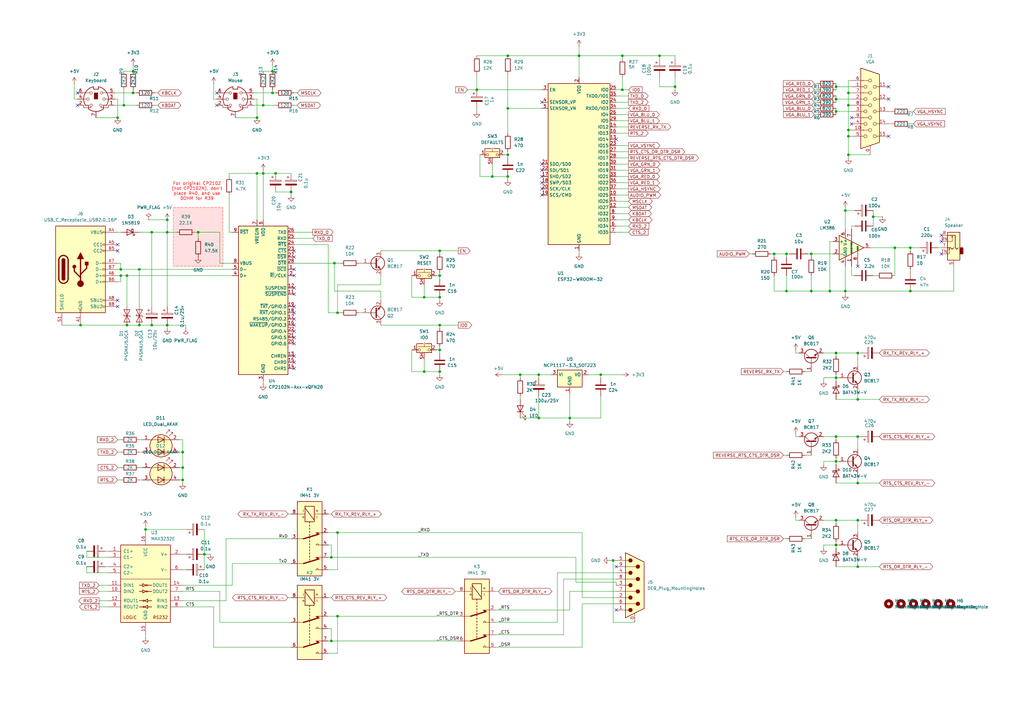
<source format=kicad_sch>
(kicad_sch (version 20250114) (generator "eeschema") (generator_version "9.0")
  (paper "A3")
  (title_block (title "nTerm2-s") (date "2025-02-19") (rev "0.05") (company "Sporos Tech ₍^•_•^₎ﾉ") (comment 1 "Peter de Vroomen") (comment 2 "© 2025 Sporos Tech ₍^•_•^₎ﾉ"))
  (rectangle (start 71.12 85.09) (end 91.44 109.22) (stroke (width 0.1016) (type dash) (color 255 0 0 1)) (fill (type color) (color 255 0 0 0.1254901961)))
  (text "For original CP2102\n(not CP2102N), don't\nplace R40, and use\n0OHM for R39" (at 80.772 78.486 0) (effects (font (size 1.27 1.27))))
  (junction (at 322.58 119.38))
  (junction (at 208.28 44.45))
  (junction (at 57.15 110.49))
  (junction (at 358.14 88.9))
  (junction (at 113.03 71.12))
  (junction (at 135.89 228.6))
  (junction (at 332.74 119.38))
  (junction (at 111.76 29.21))
  (junction (at 54.61 38.1))
  (junction (at 332.74 104.14))
  (junction (at 342.9 189.23))
  (junction (at 180.34 121.92))
  (junction (at 49.53 113.03))
  (junction (at 138.43 128.27))
  (junction (at 74.93 196.85))
  (junction (at 342.9 144.78))
  (junction (at 237.49 22.86))
  (junction (at 373.38 101.6))
  (junction (at 173.99 121.92))
  (junction (at 342.9 45.72))
  (junction (at 208.28 22.86))
  (junction (at 351.79 179.07))
  (junction (at 105.41 48.26))
  (junction (at 367.03 101.6))
  (junction (at 220.98 153.67))
  (junction (at 351.79 163.83))
  (junction (at 351.79 213.36))
  (junction (at 62.23 133.35))
  (junction (at 220.98 171.45))
  (junction (at 233.68 171.45))
  (junction (at 111.76 38.1))
  (junction (at 49.53 110.49))
  (junction (at 347.98 43.18))
  (junction (at 347.98 55.88))
  (junction (at 340.36 119.38))
  (junction (at 57.15 133.35))
  (junction (at 342.9 223.52))
  (junction (at 180.34 113.03))
  (junction (at 119.38 78.74))
  (junction (at 74.93 185.42))
  (junction (at 105.41 71.12))
  (junction (at 342.9 35.56))
  (junction (at 54.61 29.21))
  (junction (at 251.46 229.87))
  (junction (at 347.98 38.1))
  (junction (at 208.28 72.39))
  (junction (at 351.79 144.78))
  (junction (at 351.79 198.12))
  (junction (at 208.28 63.5))
  (junction (at 246.38 153.67))
  (junction (at 180.34 133.35))
  (junction (at 138.43 252.73))
  (junction (at 48.26 48.26))
  (junction (at 135.89 262.89))
  (junction (at 213.36 153.67))
  (junction (at 180.34 152.4))
  (junction (at 342.9 179.07))
  (junction (at 180.34 143.51))
  (junction (at 342.9 40.64))
  (junction (at 81.28 95.25))
  (junction (at 346.71 86.36))
  (junction (at 50.8 43.18))
  (junction (at 195.58 36.83))
  (junction (at 52.07 133.35))
  (junction (at 317.5 104.14))
  (junction (at 173.99 152.4))
  (junction (at 138.43 218.44))
  (junction (at 68.58 90.17))
  (junction (at 373.38 119.38))
  (junction (at 83.82 227.33))
  (junction (at 180.34 102.87))
  (junction (at 322.58 104.14))
  (junction (at 107.95 71.12))
  (junction (at 59.69 217.17))
  (junction (at 351.79 232.41))
  (junction (at 52.07 113.03))
  (junction (at 255.27 22.86))
  (junction (at 74.93 191.77))
  (junction (at 33.02 133.35))
  (junction (at 68.58 95.25))
  (junction (at 270.51 22.86))
  (junction (at 342.9 154.94))
  (junction (at 255.27 36.83))
  (junction (at 347.98 63.5))
  (junction (at 68.58 133.35))
  (junction (at 346.71 119.38))
  (junction (at 347.98 53.34))
  (junction (at 276.86 35.56))
  (junction (at 62.23 95.25))
  (junction (at 342.9 213.36))
  (junction (at 137.16 107.95))
  (junction (at 107.95 43.18))
  (junction (at 201.93 72.39))
  (no_connect (at 364.49 35.56))
  (no_connect (at 120.65 151.13))
  (no_connect (at 252.73 232.41))
  (no_connect (at 88.9 43.18))
  (no_connect (at 120.65 138.43))
  (no_connect (at 120.65 118.11))
  (no_connect (at 349.25 48.26))
  (no_connect (at 364.49 40.64))
  (no_connect (at 120.65 105.41))
  (no_connect (at 48.26 100.33))
  (no_connect (at 222.25 72.39))
  (no_connect (at 222.25 67.31))
  (no_connect (at 48.26 123.19))
  (no_connect (at 120.65 148.59))
  (no_connect (at 386.08 99.06))
  (no_connect (at 364.49 55.88))
  (no_connect (at 120.65 130.81))
  (no_connect (at 120.65 102.87))
  (no_connect (at 120.65 120.65))
  (no_connect (at 351.79 109.22))
  (no_connect (at 222.25 41.91))
  (no_connect (at 386.08 96.52))
  (no_connect (at 31.75 38.1))
  (no_connect (at 386.08 104.14))
  (no_connect (at 120.65 135.89))
  (no_connect (at 120.65 113.03))
  (no_connect (at 252.73 250.19))
  (no_connect (at 120.65 146.05))
  (no_connect (at 222.25 80.01))
  (no_connect (at 120.65 133.35))
  (no_connect (at 222.25 77.47))
  (no_connect (at 31.75 43.18))
  (no_connect (at 349.25 50.8))
  (no_connect (at 120.65 128.27))
  (no_connect (at 222.25 74.93))
  (no_connect (at 120.65 125.73))
  (no_connect (at 48.26 102.87))
  (no_connect (at 120.65 110.49))
  (no_connect (at 48.26 125.73))
  (no_connect (at 252.73 57.15))
  (no_connect (at 222.25 69.85))
  (no_connect (at 120.65 140.97))
  (no_connect (at 88.9 38.1))
  (wire (pts (xy 347.98 38.1) (xy 347.98 43.18)))
  (wire (pts (xy 52.07 113.03) (xy 52.07 125.73)))
  (wire (pts (xy 74.93 191.77) (xy 74.93 196.85)))
  (wire (pts (xy 168.91 113.03) (xy 168.91 121.92)))
  (wire (pts (xy 252.73 90.17) (xy 257.81 90.17)))
  (wire (pts (xy 351.79 144.78) (xy 353.06 144.78)))
  (wire (pts (xy 349.25 92.71) (xy 349.25 93.98)))
  (wire (pts (xy 228.6 234.95) (xy 252.73 234.95)))
  (wire (pts (xy 135.89 223.52) (xy 135.89 228.6)))
  (wire (pts (xy 49.53 115.57) (xy 49.53 113.03)))
  (wire (pts (xy 373.38 101.6) (xy 377.19 101.6)))
  (wire (pts (xy 74.93 180.34) (xy 74.93 185.42)))
  (wire (pts (xy 179.07 143.51) (xy 180.34 143.51)))
  (wire (pts (xy 57.15 191.77) (xy 58.42 191.77)))
  (wire (pts (xy 334.01 41.91) (xy 335.28 41.91)))
  (wire (pts (xy 228.6 255.27) (xy 228.6 234.95)))
  (wire (pts (xy 351.79 198.12) (xy 351.79 194.31)))
  (wire (pts (xy 322.58 104.14) (xy 322.58 105.41)))
  (wire (pts (xy 346.71 119.38) (xy 373.38 119.38)))
  (wire (pts (xy 49.53 107.95) (xy 49.53 110.49)))
  (wire (pts (xy 322.58 119.38) (xy 322.58 113.03)))
  (wire (pts (xy 57.15 95.25) (xy 62.23 95.25)))
  (wire (pts (xy 252.73 77.47) (xy 257.81 77.47)))
  (wire (pts (xy 334.01 39.37) (xy 335.28 39.37)))
  (wire (pts (xy 33.02 133.35) (xy 52.07 133.35)))
  (wire (pts (xy 342.9 213.36) (xy 351.79 213.36)))
  (wire (pts (xy 330.2 220.98) (xy 332.74 220.98)))
  (wire (pts (xy 346.71 109.22) (xy 346.71 119.38)))
  (wire (pts (xy 332.74 104.14) (xy 332.74 105.41)))
  (wire (pts (xy 180.34 152.4) (xy 180.34 153.67)))
  (wire (pts (xy 107.95 71.12) (xy 107.95 90.17)))
  (wire (pts (xy 220.98 171.45) (xy 233.68 171.45)))
  (wire (pts (xy 44.45 226.06) (xy 43.18 226.06)))
  (wire (pts (xy 326.39 179.07) (xy 326.39 177.8)))
  (wire (pts (xy 180.34 121.92) (xy 180.34 123.19)))
  (wire (pts (xy 326.39 213.36) (xy 326.39 212.09)))
  (wire (pts (xy 40.64 240.03) (xy 44.45 240.03)))
  (wire (pts (xy 111.76 26.67) (xy 111.76 29.21)))
  (wire (pts (xy 73.66 191.77) (xy 74.93 191.77)))
  (wire (pts (xy 213.36 154.94) (xy 213.36 153.67)))
  (wire (pts (xy 351.79 179.07) (xy 353.06 179.07)))
  (wire (pts (xy 107.95 156.21) (xy 107.95 157.48)))
  (wire (pts (xy 332.74 113.03) (xy 332.74 119.38)))
  (wire (pts (xy 134.62 218.44) (xy 138.43 218.44)))
  (wire (pts (xy 138.43 233.68) (xy 138.43 218.44)))
  (wire (pts (xy 334.01 46.99) (xy 335.28 46.99)))
  (wire (pts (xy 105.41 90.17) (xy 105.41 71.12)))
  (wire (pts (xy 104.14 43.18) (xy 107.95 43.18)))
  (wire (pts (xy 195.58 44.45) (xy 195.58 45.72)))
  (wire (pts (xy 68.58 95.25) (xy 68.58 125.73)))
  (wire (pts (xy 220.98 153.67) (xy 220.98 154.94)))
  (wire (pts (xy 74.93 196.85) (xy 74.93 198.12)))
  (wire (pts (xy 342.9 40.64) (xy 349.25 40.64)))
  (wire (pts (xy 156.21 133.35) (xy 180.34 133.35)))
  (wire (pts (xy 342.9 223.52) (xy 344.17 223.52)))
  (wire (pts (xy 220.98 171.45) (xy 213.36 171.45)))
  (wire (pts (xy 54.61 36.83) (xy 54.61 38.1)))
  (wire (pts (xy 246.38 153.67) (xy 246.38 154.94)))
  (wire (pts (xy 203.2 250.19) (xy 233.68 250.19)))
  (wire (pts (xy 105.41 71.12) (xy 107.95 71.12)))
  (wire (pts (xy 238.76 265.43) (xy 238.76 247.65)))
  (wire (pts (xy 90.17 242.57) (xy 90.17 255.27)))
  (wire (pts (xy 134.62 252.73) (xy 138.43 252.73)))
  (wire (pts (xy 342.9 153.67) (xy 342.9 154.94)))
  (wire (pts (xy 276.86 31.75) (xy 276.86 35.56)))
  (wire (pts (xy 135.89 228.6) (xy 236.22 228.6)))
  (wire (pts (xy 196.85 72.39) (xy 201.93 72.39)))
  (wire (pts (xy 105.41 40.64) (xy 105.41 48.26)))
  (wire (pts (xy 334.01 34.29) (xy 335.28 34.29)))
  (wire (pts (xy 120.65 38.1) (xy 121.92 38.1)))
  (wire (pts (xy 391.16 119.38) (xy 373.38 119.38)))
  (wire (pts (xy 246.38 162.56) (xy 246.38 171.45)))
  (wire (pts (xy 347.98 33.02) (xy 347.98 38.1)))
  (wire (pts (xy 203.2 265.43) (xy 238.76 265.43)))
  (wire (pts (xy 48.26 185.42) (xy 49.53 185.42)))
  (wire (pts (xy 173.99 152.4) (xy 180.34 152.4)))
  (wire (pts (xy 364.49 45.72) (xy 365.76 45.72)))
  (wire (pts (xy 68.58 90.17) (xy 60.96 90.17)))
  (wire (pts (xy 48.26 110.49) (xy 49.53 110.49)))
  (wire (pts (xy 40.64 248.92) (xy 44.45 248.92)))
  (wire (pts (xy 334.01 44.45) (xy 335.28 44.45)))
  (wire (pts (xy 342.9 223.52) (xy 337.82 223.52)))
  (wire (pts (xy 156.21 123.19) (xy 156.21 119.38)))
  (wire (pts (xy 252.73 95.25) (xy 257.81 95.25)))
  (wire (pts (xy 317.5 104.14) (xy 322.58 104.14)))
  (wire (pts (xy 76.2 133.35) (xy 76.2 134.62)))
  (wire (pts (xy 68.58 133.35) (xy 76.2 133.35)))
  (wire (pts (xy 180.34 133.35) (xy 180.34 134.62)))
  (wire (pts (xy 364.49 50.8) (xy 365.76 50.8)))
  (wire (pts (xy 391.16 109.22) (xy 391.16 119.38)))
  (wire (pts (xy 50.8 29.21) (xy 54.61 29.21)))
  (wire (pts (xy 347.98 55.88) (xy 347.98 63.5)))
  (wire (pts (xy 119.38 231.14) (xy 95.25 231.14)))
  (wire (pts (xy 241.3 153.67) (xy 246.38 153.67)))
  (wire (pts (xy 252.73 36.83) (xy 255.27 36.83)))
  (wire (pts (xy 220.98 162.56) (xy 220.98 171.45)))
  (wire (pts (xy 87.63 40.64) (xy 87.63 34.29)))
  (wire (pts (xy 342.9 44.45) (xy 342.9 45.72)))
  (wire (pts (xy 63.5 38.1) (xy 64.77 38.1)))
  (wire (pts (xy 330.2 186.69) (xy 332.74 186.69)))
  (wire (pts (xy 252.73 52.07) (xy 257.81 52.07)))
  (wire (pts (xy 134.62 267.97) (xy 138.43 267.97)))
  (wire (pts (xy 276.86 35.56) (xy 276.86 36.83)))
  (wire (pts (xy 351.79 163.83) (xy 360.68 163.83)))
  (wire (pts (xy 350.52 113.03) (xy 349.25 113.03)))
  (wire (pts (xy 48.26 40.64) (xy 48.26 48.26)))
  (wire (pts (xy 351.79 144.78) (xy 351.79 149.86)))
  (wire (pts (xy 346.71 119.38) (xy 346.71 120.65)))
  (wire (pts (xy 74.93 233.68) (xy 76.2 233.68)))
  (wire (pts (xy 252.73 41.91) (xy 257.81 41.91)))
  (wire (pts (xy 342.9 198.12) (xy 351.79 198.12)))
  (wire (pts (xy 74.93 248.92) (xy 87.63 248.92)))
  (wire (pts (xy 322.58 104.14) (xy 323.85 104.14)))
  (wire (pts (xy 231.14 237.49) (xy 252.73 237.49)))
  (wire (pts (xy 92.71 220.98) (xy 92.71 246.38)))
  (wire (pts (xy 347.98 38.1) (xy 349.25 38.1)))
  (wire (pts (xy 90.17 107.95) (xy 90.17 95.25)))
  (wire (pts (xy 48.26 191.77) (xy 49.53 191.77)))
  (wire (pts (xy 134.62 128.27) (xy 138.43 128.27)))
  (wire (pts (xy 118.11 245.11) (xy 119.38 245.11)))
  (wire (pts (xy 138.43 267.97) (xy 138.43 252.73)))
  (wire (pts (xy 180.34 102.87) (xy 180.34 104.14)))
  (wire (pts (xy 59.69 217.17) (xy 59.69 218.44)))
  (wire (pts (xy 83.82 217.17) (xy 83.82 227.33)))
  (wire (pts (xy 44.45 232.41) (xy 43.18 232.41)))
  (wire (pts (xy 255.27 36.83) (xy 257.81 36.83)))
  (wire (pts (xy 111.76 38.1) (xy 113.03 38.1)))
  (wire (pts (xy 173.99 116.84) (xy 173.99 121.92)))
  (wire (pts (xy 30.48 40.64) (xy 30.48 34.29)))
  (wire (pts (xy 351.79 163.83) (xy 351.79 160.02)))
  (wire (pts (xy 68.58 133.35) (xy 68.58 134.62)))
  (wire (pts (xy 337.82 179.07) (xy 342.9 179.07)))
  (wire (pts (xy 220.98 153.67) (xy 226.06 153.67)))
  (wire (pts (xy 74.93 246.38) (xy 92.71 246.38)))
  (wire (pts (xy 137.16 119.38) (xy 137.16 107.95)))
  (wire (pts (xy 49.53 113.03) (xy 52.07 113.03)))
  (wire (pts (xy 342.9 35.56) (xy 342.9 36.83)))
  (wire (pts (xy 195.58 36.83) (xy 222.25 36.83)))
  (wire (pts (xy 203.2 242.57) (xy 204.47 242.57)))
  (wire (pts (xy 246.38 153.67) (xy 255.27 153.67)))
  (wire (pts (xy 52.07 113.03) (xy 95.25 113.03)))
  (wire (pts (xy 337.82 213.36) (xy 342.9 213.36)))
  (wire (pts (xy 233.68 171.45) (xy 246.38 171.45)))
  (wire (pts (xy 373.38 110.49) (xy 373.38 111.76)))
  (wire (pts (xy 342.9 40.64) (xy 342.9 41.91)))
  (wire (pts (xy 74.93 242.57) (xy 90.17 242.57)))
  (wire (pts (xy 252.73 54.61) (xy 257.81 54.61)))
  (wire (pts (xy 252.73 82.55) (xy 257.81 82.55)))
  (wire (pts (xy 252.73 240.03) (xy 252.73 238.76)))
  (wire (pts (xy 342.9 144.78) (xy 351.79 144.78)))
  (wire (pts (xy 57.15 185.42) (xy 58.42 185.42)))
  (wire (pts (xy 373.38 101.6) (xy 373.38 102.87)))
  (wire (pts (xy 201.93 72.39) (xy 208.28 72.39)))
  (wire (pts (xy 88.9 40.64) (xy 87.63 40.64)))
  (wire (pts (xy 252.73 85.09) (xy 257.81 85.09)))
  (wire (pts (xy 251.46 255.27) (xy 251.46 229.87)))
  (wire (pts (xy 57.15 196.85) (xy 58.42 196.85)))
  (wire (pts (xy 186.69 242.57) (xy 187.96 242.57)))
  (wire (pts (xy 46.99 43.18) (xy 50.8 43.18)))
  (wire (pts (xy 252.73 62.23) (xy 257.81 62.23)))
  (wire (pts (xy 120.65 97.79) (xy 128.27 97.79)))
  (wire (pts (xy 237.49 19.05) (xy 237.49 22.86)))
  (wire (pts (xy 342.9 189.23) (xy 344.17 189.23)))
  (wire (pts (xy 347.98 63.5) (xy 356.87 63.5)))
  (wire (pts (xy 173.99 121.92) (xy 180.34 121.92)))
  (wire (pts (xy 180.34 111.76) (xy 180.34 113.03)))
  (wire (pts (xy 168.91 121.92) (xy 173.99 121.92)))
  (wire (pts (xy 40.64 242.57) (xy 44.45 242.57)))
  (wire (pts (xy 120.65 95.25) (xy 128.27 95.25)))
  (wire (pts (xy 342.9 154.94) (xy 342.9 156.21)))
  (wire (pts (xy 107.95 36.83) (xy 107.95 43.18)))
  (wire (pts (xy 317.5 119.38) (xy 317.5 113.03)))
  (wire (pts (xy 50.8 43.18) (xy 55.88 43.18)))
  (wire (pts (xy 81.28 95.25) (xy 90.17 95.25)))
  (wire (pts (xy 252.73 46.99) (xy 257.81 46.99)))
  (wire (pts (xy 205.74 153.67) (xy 213.36 153.67)))
  (wire (pts (xy 195.58 30.48) (xy 195.58 36.83)))
  (wire (pts (xy 384.81 101.6) (xy 386.08 101.6)))
  (wire (pts (xy 208.28 44.45) (xy 222.25 44.45)))
  (wire (pts (xy 270.51 22.86) (xy 255.27 22.86)))
  (wire (pts (xy 342.9 35.56) (xy 349.25 35.56)))
  (wire (pts (xy 321.31 220.98) (xy 322.58 220.98)))
  (wire (pts (xy 134.62 210.82) (xy 135.89 210.82)))
  (wire (pts (xy 270.51 22.86) (xy 270.51 24.13)))
  (wire (pts (xy 73.66 196.85) (xy 74.93 196.85)))
  (wire (pts (xy 233.68 161.29) (xy 233.68 171.45)))
  (wire (pts (xy 252.73 39.37) (xy 257.81 39.37)))
  (wire (pts (xy 342.9 189.23) (xy 342.9 190.5)))
  (wire (pts (xy 59.69 217.17) (xy 76.2 217.17)))
  (wire (pts (xy 351.79 179.07) (xy 351.79 184.15)))
  (wire (pts (xy 351.79 232.41) (xy 351.79 228.6)))
  (wire (pts (xy 113.03 71.12) (xy 119.38 71.12)))
  (wire (pts (xy 96.52 48.26) (xy 105.41 48.26)))
  (wire (pts (xy 342.9 154.94) (xy 344.17 154.94)))
  (wire (pts (xy 321.31 152.4) (xy 322.58 152.4)))
  (wire (pts (xy 180.34 133.35) (xy 187.96 133.35)))
  (wire (pts (xy 35.56 228.6) (xy 44.45 228.6)))
  (wire (pts (xy 340.36 99.06) (xy 340.36 119.38)))
  (wire (pts (xy 342.9 163.83) (xy 351.79 163.83)))
  (wire (pts (xy 356.87 101.6) (xy 367.03 101.6)))
  (wire (pts (xy 180.34 113.03) (xy 180.34 114.3)))
  (wire (pts (xy 252.73 64.77) (xy 257.81 64.77)))
  (wire (pts (xy 270.51 31.75) (xy 270.51 35.56)))
  (wire (pts (xy 238.76 245.11) (xy 252.73 245.11)))
  (wire (pts (xy 156.21 113.03) (xy 156.21 116.84)))
  (wire (pts (xy 119.38 78.74) (xy 119.38 80.01)))
  (wire (pts (xy 347.98 63.5) (xy 347.98 64.77)))
  (wire (pts (xy 74.93 185.42) (xy 74.93 191.77)))
  (wire (pts (xy 93.98 71.12) (xy 105.41 71.12)))
  (wire (pts (xy 134.62 228.6) (xy 135.89 228.6)))
  (wire (pts (xy 321.31 186.69) (xy 322.58 186.69)))
  (wire (pts (xy 68.58 90.17) (xy 68.58 95.25)))
  (wire (pts (xy 191.77 36.83) (xy 195.58 36.83)))
  (wire (pts (xy 134.62 262.89) (xy 135.89 262.89)))
  (wire (pts (xy 138.43 252.73) (xy 187.96 252.73)))
  (wire (pts (xy 87.63 265.43) (xy 119.38 265.43)))
  (wire (pts (xy 62.23 95.25) (xy 68.58 95.25)))
  (wire (pts (xy 337.82 154.94) (xy 337.82 156.21)))
  (wire (pts (xy 238.76 218.44) (xy 238.76 245.11)))
  (wire (pts (xy 120.65 43.18) (xy 121.92 43.18)))
  (wire (pts (xy 346.71 86.36) (xy 350.52 86.36)))
  (wire (pts (xy 138.43 116.84) (xy 138.43 128.27)))
  (wire (pts (xy 74.93 227.33) (xy 76.2 227.33)))
  (wire (pts (xy 147.32 107.95) (xy 148.59 107.95)))
  (wire (pts (xy 59.69 260.35) (xy 59.69 261.62)))
  (wire (pts (xy 342.9 45.72) (xy 342.9 46.99)))
  (wire (pts (xy 168.91 143.51) (xy 168.91 152.4)))
  (wire (pts (xy 252.73 74.93) (xy 257.81 74.93)))
  (wire (pts (xy 332.74 119.38) (xy 340.36 119.38)))
  (wire (pts (xy 342.9 179.07) (xy 342.9 180.34)))
  (wire (pts (xy 252.73 59.69) (xy 257.81 59.69)))
  (wire (pts (xy 93.98 95.25) (xy 95.25 95.25)))
  (wire (pts (xy 233.68 242.57) (xy 252.73 242.57)))
  (wire (pts (xy 180.34 143.51) (xy 180.34 144.78)))
  (wire (pts (xy 138.43 128.27) (xy 139.7 128.27)))
  (wire (pts (xy 255.27 31.75) (xy 255.27 36.83)))
  (wire (pts (xy 237.49 22.86) (xy 237.49 31.75)))
  (wire (pts (xy 270.51 35.56) (xy 276.86 35.56)))
  (wire (pts (xy 62.23 95.25) (xy 62.23 125.73)))
  (wire (pts (xy 349.25 33.02) (xy 347.98 33.02)))
  (wire (pts (xy 252.73 238.76) (xy 236.22 238.76)))
  (wire (pts (xy 120.65 107.95) (xy 137.16 107.95)))
  (wire (pts (xy 331.47 104.14) (xy 332.74 104.14)))
  (wire (pts (xy 233.68 171.45) (xy 233.68 172.72)))
  (wire (pts (xy 251.46 229.87) (xy 252.73 229.87)))
  (wire (pts (xy 276.86 22.86) (xy 270.51 22.86)))
  (wire (pts (xy 203.2 260.35) (xy 231.14 260.35)))
  (wire (pts (xy 156.21 116.84) (xy 138.43 116.84)))
  (wire (pts (xy 80.01 95.25) (xy 81.28 95.25)))
  (wire (pts (xy 213.36 153.67) (xy 220.98 153.67)))
  (wire (pts (xy 260.35 255.27) (xy 251.46 255.27)))
  (wire (pts (xy 307.34 104.14) (xy 308.61 104.14)))
  (wire (pts (xy 373.38 50.8) (xy 374.65 50.8)))
  (wire (pts (xy 118.11 210.82) (xy 119.38 210.82)))
  (wire (pts (xy 208.28 44.45) (xy 208.28 54.61)))
  (wire (pts (xy 156.21 119.38) (xy 137.16 119.38)))
  (wire (pts (xy 92.71 220.98) (xy 119.38 220.98)))
  (wire (pts (xy 342.9 187.96) (xy 342.9 189.23)))
  (wire (pts (xy 347.98 55.88) (xy 349.25 55.88)))
  (wire (pts (xy 93.98 72.39) (xy 93.98 71.12)))
  (wire (pts (xy 31.75 40.64) (xy 30.48 40.64)))
  (wire (pts (xy 252.73 87.63) (xy 257.81 87.63)))
  (wire (pts (xy 83.82 227.33) (xy 83.82 233.68)))
  (wire (pts (xy 74.93 240.03) (xy 95.25 240.03)))
  (wire (pts (xy 48.26 180.34) (xy 49.53 180.34)))
  (wire (pts (xy 138.43 218.44) (xy 238.76 218.44)))
  (wire (pts (xy 342.9 34.29) (xy 342.9 35.56)))
  (wire (pts (xy 351.79 232.41) (xy 360.68 232.41)))
  (wire (pts (xy 107.95 43.18) (xy 113.03 43.18)))
  (wire (pts (xy 337.82 189.23) (xy 337.82 190.5)))
  (wire (pts (xy 332.74 119.38) (xy 322.58 119.38)))
  (wire (pts (xy 39.37 48.26) (xy 48.26 48.26)))
  (wire (pts (xy 50.8 36.83) (xy 50.8 43.18)))
  (wire (pts (xy 342.9 45.72) (xy 349.25 45.72)))
  (wire (pts (xy 342.9 222.25) (xy 342.9 223.52)))
  (wire (pts (xy 48.26 107.95) (xy 49.53 107.95)))
  (wire (pts (xy 342.9 179.07) (xy 351.79 179.07)))
  (wire (pts (xy 203.2 255.27) (xy 228.6 255.27)))
  (wire (pts (xy 87.63 248.92) (xy 87.63 265.43)))
  (wire (pts (xy 238.76 247.65) (xy 252.73 247.65)))
  (wire (pts (xy 250.19 229.87) (xy 251.46 229.87)))
  (wire (pts (xy 342.9 144.78) (xy 342.9 146.05)))
  (wire (pts (xy 93.98 80.01) (xy 93.98 95.25)))
  (wire (pts (xy 180.34 142.24) (xy 180.34 143.51)))
  (wire (pts (xy 237.49 102.87) (xy 237.49 104.14)))
  (wire (pts (xy 68.58 95.25) (xy 72.39 95.25)))
  (wire (pts (xy 351.79 213.36) (xy 351.79 218.44)))
  (wire (pts (xy 135.89 257.81) (xy 135.89 262.89)))
  (wire (pts (xy 342.9 39.37) (xy 342.9 40.64)))
  (wire (pts (xy 237.49 22.86) (xy 255.27 22.86)))
  (wire (pts (xy 330.2 152.4) (xy 332.74 152.4)))
  (wire (pts (xy 347.98 53.34) (xy 349.25 53.34)))
  (wire (pts (xy 107.95 71.12) (xy 113.03 71.12)))
  (wire (pts (xy 81.28 95.25) (xy 81.28 97.79)))
  (wire (pts (xy 208.28 72.39) (xy 208.28 73.66)))
  (wire (pts (xy 54.61 38.1) (xy 55.88 38.1)))
  (wire (pts (xy 342.9 213.36) (xy 342.9 214.63)))
  (wire (pts (xy 48.26 196.85) (xy 49.53 196.85)))
  (wire (pts (xy 334.01 36.83) (xy 335.28 36.83)))
  (wire (pts (xy 107.95 29.21) (xy 111.76 29.21)))
  (wire (pts (xy 59.69 215.9) (xy 59.69 217.17)))
  (wire (pts (xy 317.5 104.14) (xy 317.5 105.41)))
  (wire (pts (xy 73.66 185.42) (xy 74.93 185.42)))
  (wire (pts (xy 252.73 92.71) (xy 257.81 92.71)))
  (wire (pts (xy 358.14 86.36) (xy 358.14 88.9)))
  (wire (pts (xy 231.14 260.35) (xy 231.14 237.49)))
  (wire (pts (xy 40.64 246.38) (xy 44.45 246.38)))
  (wire (pts (xy 147.32 128.27) (xy 148.59 128.27)))
  (wire (pts (xy 104.14 38.1) (xy 111.76 38.1)))
  (wire (pts (xy 35.56 234.95) (xy 44.45 234.95)))
  (wire (pts (xy 120.65 100.33) (xy 134.62 100.33)))
  (wire (pts (xy 57.15 110.49) (xy 57.15 125.73)))
  (wire (pts (xy 168.91 152.4) (xy 173.99 152.4)))
  (wire (pts (xy 134.62 233.68) (xy 138.43 233.68)))
  (wire (pts (xy 95.25 231.14) (xy 95.25 240.03)))
  (wire (pts (xy 316.23 104.14) (xy 317.5 104.14)))
  (wire (pts (xy 255.27 22.86) (xy 255.27 24.13)))
  (wire (pts (xy 111.76 36.83) (xy 111.76 38.1)))
  (wire (pts (xy 208.28 62.23) (xy 208.28 63.5)))
  (wire (pts (xy 25.4 133.35) (xy 33.02 133.35)))
  (wire (pts (xy 327.66 213.36) (xy 326.39 213.36)))
  (wire (pts (xy 276.86 24.13) (xy 276.86 22.86)))
  (wire (pts (xy 195.58 22.86) (xy 208.28 22.86)))
  (wire (pts (xy 54.61 26.67) (xy 54.61 29.21)))
  (wire (pts (xy 358.14 88.9) (xy 361.95 88.9)))
  (wire (pts (xy 46.99 38.1) (xy 54.61 38.1)))
  (wire (pts (xy 252.73 72.39) (xy 257.81 72.39)))
  (wire (pts (xy 347.98 53.34) (xy 347.98 55.88)))
  (wire (pts (xy 156.21 102.87) (xy 180.34 102.87)))
  (wire (pts (xy 340.36 99.06) (xy 341.63 99.06)))
  (wire (pts (xy 367.03 101.6) (xy 373.38 101.6)))
  (wire (pts (xy 332.74 104.14) (xy 341.63 104.14)))
  (wire (pts (xy 208.28 30.48) (xy 208.28 44.45)))
  (wire (pts (xy 73.66 180.34) (xy 74.93 180.34)))
  (wire (pts (xy 48.26 95.25) (xy 49.53 95.25)))
  (wire (pts (xy 358.14 88.9) (xy 358.14 92.71)))
  (wire (pts (xy 35.56 232.41) (xy 35.56 234.95)))
  (wire (pts (xy 342.9 154.94) (xy 337.82 154.94)))
  (wire (pts (xy 180.34 102.87) (xy 187.96 102.87)))
  (wire (pts (xy 48.26 113.03) (xy 49.53 113.03)))
  (wire (pts (xy 349.25 113.03) (xy 349.25 109.22)))
  (wire (pts (xy 252.73 49.53) (xy 257.81 49.53)))
  (wire (pts (xy 113.03 78.74) (xy 119.38 78.74)))
  (wire (pts (xy 95.25 107.95) (xy 90.17 107.95)))
  (wire (pts (xy 349.25 92.71) (xy 350.52 92.71)))
  (wire (pts (xy 351.79 198.12) (xy 360.68 198.12)))
  (wire (pts (xy 347.98 43.18) (xy 347.98 53.34)))
  (wire (pts (xy 347.98 43.18) (xy 349.25 43.18)))
  (wire (pts (xy 62.23 133.35) (xy 57.15 133.35)))
  (wire (pts (xy 52.07 133.35) (xy 57.15 133.35)))
  (wire (pts (xy 252.73 80.01) (xy 257.81 80.01)))
  (wire (pts (xy 236.22 228.6) (xy 236.22 238.76)))
  (wire (pts (xy 351.79 213.36) (xy 353.06 213.36)))
  (wire (pts (xy 213.36 162.56) (xy 213.36 163.83)))
  (wire (pts (xy 104.14 40.64) (xy 105.41 40.64)))
  (wire (pts (xy 342.9 232.41) (xy 351.79 232.41)))
  (wire (pts (xy 134.62 245.11) (xy 135.89 245.11)))
  (wire (pts (xy 48.26 115.57) (xy 49.53 115.57)))
  (wire (pts (xy 63.5 43.18) (xy 64.77 43.18)))
  (wire (pts (xy 179.07 113.03) (xy 180.34 113.03)))
  (wire (pts (xy 196.85 63.5) (xy 196.85 72.39)))
  (wire (pts (xy 233.68 242.57) (xy 233.68 250.19)))
  (wire (pts (xy 57.15 180.34) (xy 58.42 180.34)))
  (wire (pts (xy 340.36 119.38) (xy 346.71 119.38)))
  (wire (pts (xy 342.9 223.52) (xy 342.9 224.79)))
  (wire (pts (xy 337.82 144.78) (xy 342.9 144.78)))
  (wire (pts (xy 208.28 22.86) (xy 237.49 22.86)))
  (wire (pts (xy 134.62 100.33) (xy 134.62 128.27)))
  (wire (pts (xy 342.9 189.23) (xy 337.82 189.23)))
  (wire (pts (xy 327.66 179.07) (xy 326.39 179.07)))
  (wire (pts (xy 358.14 113.03) (xy 359.41 113.03)))
  (wire (pts (xy 367.03 101.6) (xy 367.03 113.03)))
  (wire (pts (xy 107.95 69.85) (xy 107.95 71.12)))
  (wire (pts (xy 252.73 44.45) (xy 257.81 44.45)))
  (wire (pts (xy 134.62 257.81) (xy 135.89 257.81)))
  (wire (pts (xy 326.39 144.78) (xy 326.39 143.51)))
  (wire (pts (xy 173.99 147.32) (xy 173.99 152.4)))
  (wire (pts (xy 252.73 67.31) (xy 257.81 67.31)))
  (wire (pts (xy 62.23 133.35) (xy 68.58 133.35)))
  (wire (pts (xy 346.71 85.09) (xy 346.71 86.36)))
  (wire (pts (xy 201.93 67.31) (xy 201.93 72.39)))
  (wire (pts (xy 49.53 110.49) (xy 57.15 110.49)))
  (wire (pts (xy 137.16 107.95) (xy 139.7 107.95)))
  (wire (pts (xy 327.66 144.78) (xy 326.39 144.78)))
  (wire (pts (xy 207.01 63.5) (xy 208.28 63.5)))
  (wire (pts (xy 134.62 223.52) (xy 135.89 223.52)))
  (wire (pts (xy 346.71 86.36) (xy 346.71 93.98)))
  (wire (pts (xy 83.82 227.33) (xy 86.36 227.33)))
  (wire (pts (xy 35.56 226.06) (xy 35.56 228.6)))
  (wire (pts (xy 46.99 40.64) (xy 48.26 40.64)))
  (wire (pts (xy 317.5 119.38) (xy 322.58 119.38)))
  (wire (pts (xy 90.17 255.27) (xy 119.38 255.27)))
  (wire (pts (xy 57.15 110.49) (xy 95.25 110.49)))
  (wire (pts (xy 252.73 69.85) (xy 257.81 69.85)))
  (wire (pts (xy 373.38 45.72) (xy 374.65 45.72)))
  (wire (pts (xy 337.82 223.52) (xy 337.82 224.79)))
  (wire (pts (xy 135.89 262.89) (xy 187.96 262.89)))
  (wire (pts (xy 208.28 63.5) (xy 208.28 64.77)))
  (label "_RTS_DTR" (at 179.07 252.73 0))
  (label "_RTS" (at 204.47 250.19 0))
  (label "_RXD" (at 171.45 218.44 0))
  (label "_CTS" (at 204.47 260.35 0))
  (label "_CTS_DSR" (at 179.07 262.89 0))
  (label "_DSR" (at 204.47 265.43 0))
  (label "RTS" (at 76.2 242.57 0))
  (label "TxD" (at 114.3 231.14 0))
  (label "_TXD" (at 171.45 228.6 0))
  (label "_DTR" (at 204.47 255.27 0))
  (label "CTS" (at 76.2 248.92 0))
  (label "RxD" (at 114.3 220.98 0))
  (global_label "RTS_2" (shape input) (at 40.64 242.57 180) (property "Intersheetrefs" "${INTERSHEET_REFS}" (effects (hide yes))))
  (global_label "EN" (shape input) (at 191.77 36.83 180) (property "Intersheetrefs" "${INTERSHEET_REFS}" (effects (hide yes))))
  (global_label "VGA_RED_0" (shape input) (at 334.01 34.29 180) (property "Intersheetrefs" "${INTERSHEET_REFS}" (effects (hide yes))))
  (global_label "RTS_CTS_OR_DTR_DSR" (shape output) (at 257.81 62.23 0) (property "Intersheetrefs" "${INTERSHEET_REFS}" (effects (hide yes))))
  (global_label "TXD_2" (shape output) (at 257.81 41.91 0) (property "Intersheetrefs" "${INTERSHEET_REFS}" (effects (hide yes))))
  (global_label "VGA_BLU_0" (shape output) (at 257.81 46.99 0) (property "Intersheetrefs" "${INTERSHEET_REFS}" (effects (hide yes))))
  (global_label "VGA_BLU_1" (shape output) (at 257.81 49.53 0) (property "Intersheetrefs" "${INTERSHEET_REFS}" (effects (hide yes))))
  (global_label "TXD_2" (shape input) (at 40.64 240.03 180) (property "Intersheetrefs" "${INTERSHEET_REFS}" (effects (hide yes))))
  (global_label "IO0" (shape input) (at 257.81 36.83 0) (property "Intersheetrefs" "${INTERSHEET_REFS}" (effects (hide yes))))
  (global_label "RX_TX_REV_RLY_-" (shape bidirectional) (at 118.11 210.82 180) (property "Intersheetrefs" "${INTERSHEET_REFS}" (effects (hide yes))))
  (global_label "RXD_2" (shape output) (at 40.64 246.38 180) (property "Intersheetrefs" "${INTERSHEET_REFS}" (effects (hide yes))))
  (global_label "VGA_GRN_0" (shape input) (at 334.01 39.37 180) (property "Intersheetrefs" "${INTERSHEET_REFS}" (effects (hide yes))))
  (global_label "TXD_2" (shape input) (at 48.26 185.42 180) (property "Intersheetrefs" "${INTERSHEET_REFS}" (effects (hide yes))))
  (global_label "RTS_OR_DTR_RLY_+" (shape bidirectional) (at 360.68 213.36 0) (property "Intersheetrefs" "${INTERSHEET_REFS}" (effects (hide yes))))
  (global_label "VGA_VSYNC" (shape output) (at 257.81 59.69 0) (property "Intersheetrefs" "${INTERSHEET_REFS}" (effects (hide yes))))
  (global_label "RTS_CTS_OR_DTR_DSR" (shape input) (at 321.31 220.98 180) (property "Intersheetrefs" "${INTERSHEET_REFS}" (effects (hide yes))))
  (global_label "RTS_CTS_REV_RLY_+" (shape bidirectional) (at 360.68 179.07 0) (property "Intersheetrefs" "${INTERSHEET_REFS}" (effects (hide yes))))
  (global_label "RXD_0" (shape input) (at 257.81 44.45 0) (property "Intersheetrefs" "${INTERSHEET_REFS}" (effects (hide yes))))
  (global_label "AUDIO_PWM" (shape output) (at 257.81 80.01 0) (property "Intersheetrefs" "${INTERSHEET_REFS}" (effects (hide yes))))
  (global_label "MSDAT" (shape bidirectional) (at 257.81 85.09 0) (property "Intersheetrefs" "${INTERSHEET_REFS}" (effects (hide yes))))
  (global_label "MSCLK" (shape bidirectional) (at 257.81 82.55 0) (property "Intersheetrefs" "${INTERSHEET_REFS}" (effects (hide yes))))
  (global_label "VGA_GRN_0" (shape output) (at 257.81 67.31 0) (property "Intersheetrefs" "${INTERSHEET_REFS}" (effects (hide yes))))
  (global_label "RTS_CTS_REV_RLY_-" (shape bidirectional) (at 118.11 245.11 180) (property "Intersheetrefs" "${INTERSHEET_REFS}" (effects (hide yes))))
  (global_label "AUDIO_PWM" (shape input) (at 307.34 104.14 180) (property "Intersheetrefs" "${INTERSHEET_REFS}" (effects (hide yes))))
  (global_label "VGA_RED_1" (shape input) (at 334.01 36.83 180) (property "Intersheetrefs" "${INTERSHEET_REFS}" (effects (hide yes))))
  (global_label "VGA_BLU_0" (shape input) (at 334.01 44.45 180) (property "Intersheetrefs" "${INTERSHEET_REFS}" (effects (hide yes))))
  (global_label "VGA_GRN_1" (shape input) (at 334.01 41.91 180) (property "Intersheetrefs" "${INTERSHEET_REFS}" (effects (hide yes))))
  (global_label "VGA_VSYNC" (shape input) (at 374.65 50.8 0) (property "Intersheetrefs" "${INTERSHEET_REFS}" (effects (hide yes))))
  (global_label "RTS_CTS_REV_RLY_-" (shape bidirectional) (at 360.68 198.12 0) (property "Intersheetrefs" "${INTERSHEET_REFS}" (effects (hide yes))))
  (global_label "VGA_RED_1" (shape output) (at 257.81 74.93 0) (property "Intersheetrefs" "${INTERSHEET_REFS}" (effects (hide yes))))
  (global_label "VGA_BLU_1" (shape input) (at 334.01 46.99 180) (property "Intersheetrefs" "${INTERSHEET_REFS}" (effects (hide yes))))
  (global_label "TXD_0" (shape output) (at 257.81 39.37 0) (property "Intersheetrefs" "${INTERSHEET_REFS}" (effects (hide yes))))
  (global_label "IO0" (shape output) (at 187.96 133.35 0) (property "Intersheetrefs" "${INTERSHEET_REFS}" (effects (hide yes))))
  (global_label "VGA_GRN_1" (shape output) (at 257.81 69.85 0) (property "Intersheetrefs" "${INTERSHEET_REFS}" (effects (hide yes))))
  (global_label "RTS_OR_DTR_RLY_+" (shape bidirectional) (at 204.47 242.57 0) (property "Intersheetrefs" "${INTERSHEET_REFS}" (effects (hide yes))))
  (global_label "KBCLK" (shape bidirectional) (at 257.81 90.17 0) (property "Intersheetrefs" "${INTERSHEET_REFS}" (effects (hide yes))))
  (global_label "KBCLK" (shape bidirectional) (at 64.77 38.1 0) (property "Intersheetrefs" "${INTERSHEET_REFS}" (effects (hide yes))))
  (global_label "EN" (shape output) (at 187.96 102.87 0) (property "Intersheetrefs" "${INTERSHEET_REFS}" (effects (hide yes))))
  (global_label "RXD_0" (shape output) (at 128.27 95.25 0) (property "Intersheetrefs" "${INTERSHEET_REFS}" (effects (hide yes))))
  (global_label "MSCLK" (shape bidirectional) (at 121.92 38.1 0) (property "Intersheetrefs" "${INTERSHEET_REFS}" (effects (hide yes))))
  (global_label "RTS_OR_DTR_RLY_-" (shape bidirectional) (at 360.68 232.41 0) (property "Intersheetrefs" "${INTERSHEET_REFS}" (effects (hide yes))))
  (global_label "RX_TX_REV_RLY_+" (shape bidirectional) (at 360.68 144.78 0) (property "Intersheetrefs" "${INTERSHEET_REFS}" (effects (hide yes))))
  (global_label "RTS_CTS_REV_RLY_+" (shape bidirectional) (at 135.89 245.11 0) (property "Intersheetrefs" "${INTERSHEET_REFS}" (effects (hide yes))))
  (global_label "RTS_2" (shape output) (at 257.81 54.61 0) (property "Intersheetrefs" "${INTERSHEET_REFS}" (effects (hide yes))))
  (global_label "RX_TX_REV_RLY_+" (shape bidirectional) (at 135.89 210.82 0) (property "Intersheetrefs" "${INTERSHEET_REFS}" (effects (hide yes))))
  (global_label "CTS_2" (shape output) (at 40.64 248.92 180) (property "Intersheetrefs" "${INTERSHEET_REFS}" (effects (hide yes))))
  (global_label "MSDAT" (shape bidirectional) (at 121.92 43.18 0) (property "Intersheetrefs" "${INTERSHEET_REFS}" (effects (hide yes))))
  (global_label "RX_TX_REV_RLY_-" (shape bidirectional) (at 360.68 163.83 0) (property "Intersheetrefs" "${INTERSHEET_REFS}" (effects (hide yes))))
  (global_label "CTS_2" (shape input) (at 257.81 95.25 0) (property "Intersheetrefs" "${INTERSHEET_REFS}" (effects (hide yes))))
  (global_label "TXD_0" (shape input) (at 128.27 97.79 0) (property "Intersheetrefs" "${INTERSHEET_REFS}" (effects (hide yes))))
  (global_label "KBDAT" (shape bidirectional) (at 257.81 87.63 0) (property "Intersheetrefs" "${INTERSHEET_REFS}" (effects (hide yes))))
  (global_label "VGA_RED_0" (shape output) (at 257.81 72.39 0) (property "Intersheetrefs" "${INTERSHEET_REFS}" (effects (hide yes))))
  (global_label "RXD_2" (shape input) (at 48.26 180.34 180) (property "Intersheetrefs" "${INTERSHEET_REFS}" (effects (hide yes))))
  (global_label "RTS_2" (shape input) (at 48.26 196.85 180) (property "Intersheetrefs" "${INTERSHEET_REFS}" (effects (hide yes))))
  (global_label "VGA_HSYNC" (shape input) (at 374.65 45.72 0) (property "Intersheetrefs" "${INTERSHEET_REFS}" (effects (hide yes))))
  (global_label "RTS_OR_DTR_RLY_-" (shape bidirectional) (at 186.69 242.57 180) (property "Intersheetrefs" "${INTERSHEET_REFS}" (effects (hide yes))))
  (global_label "REVERSE_RX_TX" (shape output) (at 257.81 52.07 0) (property "Intersheetrefs" "${INTERSHEET_REFS}" (effects (hide yes))))
  (global_label "VGA_HSYNC" (shape output) (at 257.81 77.47 0) (property "Intersheetrefs" "${INTERSHEET_REFS}" (effects (hide yes))))
  (global_label "RXD_2" (shape input) (at 257.81 92.71 0) (property "Intersheetrefs" "${INTERSHEET_REFS}" (effects (hide yes))))
  (global_label "REVERSE_RTS_CTS_DTR_DSR" (shape output) (at 257.81 64.77 0) (property "Intersheetrefs" "${INTERSHEET_REFS}" (effects (hide yes))))
  (global_label "REVERSE_RTS_CTS_DTR_DSR" (shape input) (at 321.31 186.69 180) (property "Intersheetrefs" "${INTERSHEET_REFS}" (effects (hide yes))))
  (global_label "CTS_2" (shape input) (at 48.26 191.77 180) (property "Intersheetrefs" "${INTERSHEET_REFS}" (effects (hide yes))))
  (global_label "REVERSE_RX_TX" (shape input) (at 321.31 152.4 180) (property "Intersheetrefs" "${INTERSHEET_REFS}" (effects (hide yes))))
  (global_label "KBDAT" (shape bidirectional) (at 64.77 43.18 0) (property "Intersheetrefs" "${INTERSHEET_REFS}" (effects (hide yes))))
  (symbol (lib_id "Device:R") (at 53.34 191.77 90) (unit 1)
    (property "Reference" "R38" (at 53.34 189.23 90))
    (property "Value" "2K" (at 53.34 191.77 90))
    (property "Footprint" "Resistor_SMD:R_0603_1608Metric_Pad0.98x0.95mm_HandSolder" (effects (hide yes)))
    (property "Description" "Resistor" (effects (hide yes)))
  )
  (symbol (lib_id "Device:R") (at 59.69 43.18 90) (unit 1)
    (property "Reference" "R12" (at 63.246 45.466 90))
    (property "Value" "120" (at 59.69 43.18 90))
    (property "Footprint" "Resistor_SMD:R_0603_1608Metric_Pad0.98x0.95mm_HandSolder" (effects (hide yes)))
    (property "Description" "Resistor" (effects (hide yes)))
  )
  (symbol (lib_id "Device:C_Polarized") (at 80.01 227.33 90) (unit 1)
    (property "Reference" "C11" (at 84.328 222.504 90))
    (property "Value" "0.1u" (at 84.328 225.044 90))
    (property "Footprint" "Capacitor_Tantalum_SMD:CP_EIA-3216-18_Kemet-A_Pad1.58x1.35mm_HandSolder" (effects (hide yes)))
    (property "Description" "Polarized capacitor" (effects (hide yes)))
  )
  (symbol (lib_id "Device:R") (at 339.09 36.83 90) (unit 1)
    (property "Reference" "R2" (at 335.026 38.1 90))
    (property "Value" "390" (at 339.09 36.83 90))
    (property "Footprint" "Resistor_SMD:R_0603_1608Metric_Pad0.98x0.95mm_HandSolder" (effects (hide yes)))
    (property "Description" "Resistor" (effects (hide yes)))
  )
  (symbol (lib_id "Device:R") (at 116.84 38.1 90) (unit 1)
    (property "Reference" "R15" (at 120.396 40.386 90))
    (property "Value" "120" (at 116.84 38.1 90))
    (property "Footprint" "Resistor_SMD:R_0603_1608Metric_Pad0.98x0.95mm_HandSolder" (effects (hide yes)))
    (property "Description" "Resistor" (effects (hide yes)))
  )
  (symbol (lib_id "Device:R") (at 208.28 58.42 0) (unit 1)
    (property "Reference" "R28" (at 210.82 57.1499 0) (effects (justify left)))
    (property "Value" "470" (at 210.82 59.6899 0) (effects (justify left)))
    (property "Footprint" "Resistor_SMD:R_0603_1608Metric_Pad0.98x0.95mm_HandSolder" (effects (hide yes)))
    (property "Description" "Resistor" (effects (hide yes)))
  )
  (symbol (lib_id "Device:R") (at 54.61 33.02 180) (unit 1)
    (property "Reference" "R10" (at 55.88 28.448 90))
    (property "Value" "2K2" (at 54.61 33.02 90))
    (property "Footprint" "Resistor_SMD:R_0603_1608Metric_Pad0.98x0.95mm_HandSolder" (effects (hide yes)))
    (property "Description" "Resistor" (effects (hide yes)))
  )
  (symbol (lib_id "Mechanical:MountingHole") (at 369.57 247.65 0) (unit 1) (exclude_from_sim yes) (in_bom no)
    (property "Reference" "H2" (at 372.11 246.3799 0) (effects (justify left)))
    (property "Value" "MountingHole" (at 372.11 248.9199 0) (effects (justify left)))
    (property "Footprint" "MountingHole:MountingHole_3.2mm_M3" (effects (hide yes)))
    (property "Description" "Mounting Hole without connection" (effects (hide yes)))
  )
  (symbol (lib_id "Device:R") (at 369.57 45.72 90) (unit 1)
    (property "Reference" "R7" (at 373.38 46.99 90))
    (property "Value" "220" (at 369.57 45.72 90))
    (property "Footprint" "Resistor_SMD:R_0603_1608Metric_Pad0.98x0.95mm_HandSolder" (effects (hide yes)))
    (property "Description" "Resistor" (effects (hide yes)))
  )
  (symbol (lib_id "power:PWR_FLAG") (at 76.2 134.62 180) (unit 1)
    (property "Reference" "#FLG02" (effects (hide yes)))
    (property "Value" "PWR_FLAG" (at 76.2 139.7 0))
    (property "Description" "Special symbol for telling ERC where power comes from" (effects (hide yes)))
  )
  (symbol (lib_id "Device:LED_Dual_AKAK") (at 66.04 182.88 0) (unit 1)
    (property "Reference" "D11" (at 65.913 171.45 0))
    (property "Value" "LED_Dual_AKAK" (at 65.913 173.99 0))
    (property "Footprint" "Sporos_Tech_Footprints:DIALIGHT_LED_3MM_DOUBLE" (effects (hide yes)))
    (property "Description" "Dual LED, cathodes on pins 2 and 4" (effects (hide yes)))
  )
  (symbol (lib_id "Device:R") (at 76.2 95.25 90) (unit 1)
    (property "Reference" "R39" (at 76.2 88.9 90))
    (property "Value" "22.1K" (at 76.2 91.44 90))
    (property "Footprint" "Resistor_SMD:R_0603_1608Metric_Pad0.98x0.95mm_HandSolder" (effects (hide yes)))
    (property "Description" "Resistor" (effects (hide yes)))
  )
  (symbol (lib_id "power:+3V3") (at 237.49 19.05 0) (unit 1)
    (property "Reference" "#PWR09" (effects (hide yes)))
    (property "Value" "+3V3" (at 237.49 13.97 0))
    (property "Description" "Power symbol creates a global label with name \"+3V3\"" (effects (hide yes)))
  )
  (symbol (lib_id "Device:LED_Dual_AKAK") (at 66.04 194.31 0) (unit 1)
    (property "Reference" "D12" (at 65.913 182.88 0))
    (property "Value" "LED_Dual_AKAK" (at 65.913 185.42 0))
    (property "Footprint" "Sporos_Tech_Footprints:DIALIGHT_LED_3MM_DOUBLE" (effects (hide yes)))
    (property "Description" "Dual LED, cathodes on pins 2 and 4" (effects (hide yes)))
  )
  (symbol (lib_id "Device:C_Polarized") (at 276.86 27.94 0) (unit 1)
    (property "Reference" "C19" (at 280.924 28.702 90))
    (property "Value" "0.1u" (at 282.956 28.194 90))
    (property "Footprint" "Capacitor_Tantalum_SMD:CP_EIA-3216-18_Kemet-A_Pad1.58x1.35mm_HandSolder" (effects (hide yes)))
    (property "Description" "Polarized capacitor" (effects (hide yes)))
  )
  (symbol (lib_id "Diode:1N5819") (at 53.34 95.25 180) (unit 1)
    (property "Reference" "D3" (at 53.6575 88.9 0))
    (property "Value" "1N5819" (at 53.6575 91.44 0))
    (property "Footprint" "Diode_SMD:Nexperia_CFP3_SOD-123W" (effects (hide yes)))
    (property "Datasheet" "http://www.vishay.com/docs/88525/1n5817.pdf" (effects (hide yes)))
    (property "Description" "40V 1A Schottky Barrier Rectifier Diode, DO-41" (effects (hide yes)))
  )
  (symbol (lib_id "Device:C_Polarized") (at 80.01 217.17 90) (unit 1)
    (property "Reference" "C12" (at 84.328 212.344 90))
    (property "Value" "0.1u" (at 84.328 214.884 90))
    (property "Footprint" "Capacitor_Tantalum_SMD:CP_EIA-3216-18_Kemet-A_Pad1.58x1.35mm_HandSolder" (effects (hide yes)))
    (property "Description" "Polarized capacitor" (effects (hide yes)))
  )
  (symbol (lib_id "Sporos_Tech:P4SMAJ5.0CA") (at 52.07 129.54 90) (unit 1)
    (property "Reference" "D1" (at 49.784 135.382 0) (effects (justify right)))
    (property "Value" "P4SMAJ5.0CA" (at 51.816 141.732 0))
    (property "Footprint" "Diode_SMD:D_SMA_Handsoldering" (effects (hide yes)))
    (property "Datasheet" "https://www.onsemi.com/pub/Collateral/ESD9B-D.PDF" (effects (hide yes)))
    (property "Description" "ESD protection diode, 5.0Vrwm, SOD-923" (effects (hide yes)))
  )
  (symbol (lib_id "Device:R") (at 213.36 158.75 0) (unit 1)
    (property "Reference" "R30" (at 215.9 157.4799 0) (effects (justify left)))
    (property "Value" "2K" (at 215.9 160.0199 0) (effects (justify left)))
    (property "Footprint" "Resistor_SMD:R_0603_1608Metric_Pad0.98x0.95mm_HandSolder" (effects (hide yes)))
    (property "Description" "Resistor" (effects (hide yes)))
  )
  (symbol (lib_id "Device:C_Polarized") (at 80.01 233.68 270) (unit 1)
    (property "Reference" "C10" (at 83.566 235.966 90))
    (property "Value" "0.1u" (at 83.566 238.506 90))
    (property "Footprint" "Capacitor_Tantalum_SMD:CP_EIA-3216-18_Kemet-A_Pad1.58x1.35mm_HandSolder" (effects (hide yes)))
    (property "Description" "Polarized capacitor" (effects (hide yes)))
  )
  (symbol (lib_id "Transistor_BJT:BC817") (at 349.25 223.52 0) (unit 1)
    (property "Reference" "Q5" (at 354.33 222.2499 0) (effects (justify left)))
    (property "Value" "BC817" (at 354.33 224.7899 0) (effects (justify left)))
    (property "Footprint" "Package_TO_SOT_SMD:SOT-23" (effects (hide yes)))
    (property "Datasheet" "https://www.onsemi.com/pub/Collateral/BC818-D.pdf" (effects (hide yes)))
    (property "Description" "0.8A Ic, 45V Vce, NPN Transistor, SOT-23" (effects (hide yes)))
  )
  (symbol (lib_id "Device:R") (at 339.09 46.99 90) (unit 1)
    (property "Reference" "R6" (at 335.026 48.26 90))
    (property "Value" "390" (at 339.09 46.99 90))
    (property "Footprint" "Resistor_SMD:R_0603_1608Metric_Pad0.98x0.95mm_HandSolder" (effects (hide yes)))
    (property "Description" "Resistor" (effects (hide yes)))
  )
  (symbol (lib_id "Device:R") (at 143.51 107.95 270) (unit 1)
    (property "Reference" "R22" (at 143.51 101.6 90))
    (property "Value" "10K" (at 143.51 104.14 90))
    (property "Footprint" "Resistor_SMD:R_0603_1608Metric_Pad0.98x0.95mm_HandSolder" (effects (hide yes)))
    (property "Description" "Resistor" (effects (hide yes)))
  )
  (symbol (lib_id "Mechanical:MountingHole") (at 364.49 247.65 0) (unit 1) (exclude_from_sim yes) (in_bom no)
    (property "Reference" "H1" (at 367.03 246.3799 0) (effects (justify left)))
    (property "Value" "MountingHole" (at 367.03 248.9199 0) (effects (justify left)))
    (property "Footprint" "MountingHole:MountingHole_3.2mm_M3" (effects (hide yes)))
    (property "Description" "Mounting Hole without connection" (effects (hide yes)))
  )
  (symbol (lib_id "Device:R") (at 111.76 33.02 180) (unit 1)
    (property "Reference" "R14" (at 113.03 28.448 90))
    (property "Value" "2K2" (at 111.76 33.02 90))
    (property "Footprint" "Resistor_SMD:R_0603_1608Metric_Pad0.98x0.95mm_HandSolder" (effects (hide yes)))
    (property "Description" "Resistor" (effects (hide yes)))
  )
  (symbol (lib_id "power:GND") (at 237.49 104.14 0) (unit 1)
    (property "Reference" "#PWR010" (effects (hide yes)))
    (property "Value" "GND" (at 237.49 109.22 0))
    (property "Description" "Power symbol creates a global label with name \"GND\" , ground" (effects (hide yes)))
  )
  (symbol (lib_id "Device:C_Polarized") (at 119.38 74.93 0) (unit 1)
    (property "Reference" "C21" (at 123.19 72.644 90))
    (property "Value" "0.1u" (at 125.476 75.184 90))
    (property "Footprint" "Capacitor_Tantalum_SMD:CP_EIA-3216-18_Kemet-A_Pad1.58x1.35mm_HandSolder" (effects (hide yes)))
    (property "Description" "Polarized capacitor" (effects (hide yes)))
  )
  (symbol (lib_id "Device:R") (at 326.39 152.4 90) (unit 1)
    (property "Reference" "R41" (at 325.374 158.242 0) (effects (justify left)))
    (property "Value" "1K" (at 327.914 158.242 0) (effects (justify left)))
    (property "Footprint" "Resistor_SMD:R_0603_1608Metric_Pad0.98x0.95mm_HandSolder" (effects (hide yes)))
    (property "Description" "Resistor" (effects (hide yes)))
  )
  (symbol (lib_id "Device:C_Polarized") (at 356.87 144.78 90) (unit 1)
    (property "Reference" "C25" (at 356.362 140.462 90))
    (property "Value" "470u" (at 356.87 138.43 90))
    (property "Footprint" "Capacitor_SMD:CP_Elec_6.3x7.7" (effects (hide yes)))
    (property "Description" "Polarized capacitor" (effects (hide yes)))
  )
  (symbol (lib_id "Device:R") (at 312.42 104.14 270) (unit 1)
    (property "Reference" "R21" (at 314.452 98.806 90) (effects (justify right)))
    (property "Value" "270" (at 314.452 101.346 90) (effects (justify right)))
    (property "Footprint" "Resistor_SMD:R_0603_1608Metric_Pad0.98x0.95mm_HandSolder" (effects (hide yes)))
    (property "Description" "Resistor" (effects (hide yes)))
  )
  (symbol (lib_id "Device:R") (at 116.84 43.18 90) (unit 1)
    (property "Reference" "R16" (at 120.396 45.466 90))
    (property "Value" "120" (at 116.84 43.18 90))
    (property "Footprint" "Resistor_SMD:R_0603_1608Metric_Pad0.98x0.95mm_HandSolder" (effects (hide yes)))
    (property "Description" "Resistor" (effects (hide yes)))
  )
  (symbol (lib_id "power:GND") (at 337.82 224.79 0) (unit 1)
    (property "Reference" "#PWR028" (effects (hide yes)))
    (property "Value" "GND" (at 337.82 229.87 0))
    (property "Description" "Power symbol creates a global label with name \"GND\" , ground" (effects (hide yes)))
  )
  (symbol (lib_id "power:+3V3") (at 59.69 215.9 0) (unit 1)
    (property "Reference" "#PWR017" (effects (hide yes)))
    (property "Value" "+3V3" (at 59.69 210.82 0))
    (property "Description" "Power symbol creates a global label with name \"+3V3\"" (effects (hide yes)))
  )
  (symbol (lib_id "Device:R") (at 50.8 33.02 180) (unit 1)
    (property "Reference" "R9" (at 49.784 29.21 90))
    (property "Value" "2K2" (at 50.8 33.02 90))
    (property "Footprint" "Resistor_SMD:R_0603_1608Metric_Pad0.98x0.95mm_HandSolder" (effects (hide yes)))
    (property "Description" "Resistor" (effects (hide yes)))
  )
  (symbol (lib_id "Device:C_Polarized") (at 356.87 213.36 90) (unit 1)
    (property "Reference" "C27" (at 356.362 209.042 90))
    (property "Value" "470u" (at 356.87 207.01 90))
    (property "Footprint" "Capacitor_SMD:CP_Elec_6.3x7.7" (effects (hide yes)))
    (property "Description" "Polarized capacitor" (effects (hide yes)))
  )
  (symbol (lib_id "power:+5V") (at 87.63 34.29 0) (unit 1)
    (property "Reference" "#PWR05" (effects (hide yes)))
    (property "Value" "+5V" (at 87.63 29.21 0))
    (property "Description" "Power symbol creates a global label with name \"+5V\"" (effects (hide yes)))
  )
  (symbol (lib_id "Diode:BAT43W-V") (at 342.9 160.02 270) (unit 1)
    (property "Reference" "D6" (at 345.44 158.4324 90) (effects (justify left)))
    (property "Value" "BAT43W-V" (at 345.44 160.9724 90) (effects (justify left)))
    (property "Footprint" "Diode_SMD:D_SOD-123" (effects (hide yes)))
    (property "Datasheet" "http://www.vishay.com/docs/85660/bat42.pdf" (effects (hide yes)))
    (property "Description" "30V 0.2A Small Signal Schottky diode, SOD-123" (effects (hide yes)))
  )
  (symbol (lib_id "Switch:CK_KMS2xxGP") (at 173.99 113.03 0) (unit 1)
    (property "Reference" "SW2" (at 173.99 105.41 0))
    (property "Value" "RESET" (at 173.99 107.95 0))
    (property "Footprint" "Sporos_Tech_Footprints:SW_Tactile_SPST_Angled_PTS645Vx58-2LFS-alt" (effects (hide yes)))
    (property "Datasheet" "https://www.ckswitches.com/media/1482/kms.pdf" (effects (hide yes)))
    (property "Description" "Microminiature SMT Side Actuated, 4.2 x 2.8 x 1.42mm, with pegs, with shield pin" (effects (hide yes)))
  )
  (symbol (lib_id "power:GND") (at 107.95 157.48 0) (unit 1)
    (property "Reference" "#PWR030" (effects (hide yes)))
    (property "Value" "GND" (at 107.95 162.814 0))
    (property "Description" "Power symbol creates a global label with name \"GND\" , ground" (effects (hide yes)))
  )
  (symbol (lib_id "Device:C_Polarized") (at 39.37 226.06 270) (unit 1)
    (property "Reference" "C8" (at 33.274 221.742 90))
    (property "Value" "0.1u" (at 33.274 224.282 90))
    (property "Footprint" "Capacitor_Tantalum_SMD:CP_EIA-3216-18_Kemet-A_Pad1.58x1.35mm_HandSolder" (effects (hide yes)))
    (property "Description" "Polarized capacitor" (effects (hide yes)))
  )
  (symbol (lib_id "Device:C_Polarized") (at 113.03 74.93 0) (unit 1)
    (property "Reference" "C20" (at 112.268 82.296 90))
    (property "Value" "10u" (at 114.3 84.836 90))
    (property "Footprint" "Capacitor_Tantalum_SMD:CP_EIA-3528-21_Kemet-B_Pad1.50x2.35mm_HandSolder" (effects (hide yes)))
    (property "Description" "Polarized capacitor" (effects (hide yes)))
  )
  (symbol (lib_id "Device:R") (at 107.95 33.02 180) (unit 1)
    (property "Reference" "R13" (at 106.934 29.21 90))
    (property "Value" "2K2" (at 107.95 33.02 90))
    (property "Footprint" "Resistor_SMD:R_0603_1608Metric_Pad0.98x0.95mm_HandSolder" (effects (hide yes)))
    (property "Description" "Resistor" (effects (hide yes)))
  )
  (symbol (lib_id "power:PWR_FLAG") (at 60.96 90.17 0) (unit 1)
    (property "Reference" "#FLG01" (effects (hide yes)))
    (property "Value" "PWR_FLAG" (at 60.96 85.09 0))
    (property "Description" "Special symbol for telling ERC where power comes from" (effects (hide yes)))
  )
  (symbol (lib_id "Device:C") (at 322.58 109.22 180) (unit 1)
    (property "Reference" "C7" (at 325.882 111.506 0))
    (property "Value" "100n" (at 326.898 113.538 0))
    (property "Footprint" "Capacitor_SMD:C_0603_1608Metric_Pad1.08x0.95mm_HandSolder" (effects (hide yes)))
    (property "Description" "Unpolarized capacitor" (effects (hide yes)))
  )
  (symbol (lib_id "Device:C") (at 246.38 158.75 0) (unit 1)
    (property "Reference" "C24" (at 251.46 160.02 0))
    (property "Value" "1n" (at 251.46 157.48 0))
    (property "Footprint" "Capacitor_SMD:C_0603_1608Metric_Pad1.08x0.95mm_HandSolder" (effects (hide yes)))
    (property "Description" "Unpolarized capacitor" (effects (hide yes)))
  )
  (symbol (lib_id "Device:R") (at 81.28 101.6 180) (unit 1)
    (property "Reference" "R40" (at 83.82 100.3299 0) (effects (justify right)))
    (property "Value" "47.5K" (at 83.82 102.8699 0) (effects (justify right)))
    (property "Footprint" "Resistor_SMD:R_0603_1608Metric_Pad0.98x0.95mm_HandSolder" (effects (hide yes)))
    (property "Description" "Resistor" (effects (hide yes)))
  )
  (symbol (lib_id "Device:C_Polarized") (at 68.58 129.54 0) (unit 1)
    (property "Reference" "C14" (at 72.39 127.254 90))
    (property "Value" "0.1u/25v" (at 74.676 129.794 90))
    (property "Footprint" "Capacitor_Tantalum_SMD:CP_EIA-3216-18_Kemet-A_Pad1.58x1.35mm_HandSolder" (effects (hide yes)))
    (property "Description" "Polarized capacitor" (effects (hide yes)))
  )
  (symbol (lib_id "Transistor_BJT:BC817") (at 332.74 181.61 90) (unit 1)
    (property "Reference" "Q7" (at 332.74 172.72 90))
    (property "Value" "BC817" (at 332.74 175.26 90))
    (property "Footprint" "Package_TO_SOT_SMD:SOT-23" (effects (hide yes)))
    (property "Datasheet" "https://www.onsemi.com/pub/Collateral/BC818-D.pdf" (effects (hide yes)))
    (property "Description" "0.8A Ic, 45V Vce, NPN Transistor, SOT-23" (effects (hide yes)))
  )
  (symbol (lib_id "Transistor_BJT:BC817") (at 332.74 147.32 90) (unit 1)
    (property "Reference" "Q6" (at 332.74 138.43 90))
    (property "Value" "BC817" (at 332.74 140.97 90))
    (property "Footprint" "Package_TO_SOT_SMD:SOT-23" (effects (hide yes)))
    (property "Datasheet" "https://www.onsemi.com/pub/Collateral/BC818-D.pdf" (effects (hide yes)))
    (property "Description" "0.8A Ic, 45V Vce, NPN Transistor, SOT-23" (effects (hide yes)))
  )
  (symbol (lib_id "Connector_Audio:AudioJack2_Ground_Switch") (at 391.16 101.6 0) (mirror y) (unit 1)
    (property "Reference" "J4" (at 387.35 89.916 0) (effects (justify right)))
    (property "Value" "Speaker" (at 387.35 92.456 0) (effects (justify right)))
    (property "Footprint" "Sporos_Tech_Footprints:Jack_3.5mm_Ledino_KB3SPRS_Horizontal-alt" (effects (hide yes)))
    (property "Description" "Audio Jack, 2 Poles (Mono / TS), Grounded Sleeve, Switched Pole (Normalling)" (effects (hide yes)))
  )
  (symbol (lib_id "Device:C_Polarized") (at 354.33 86.36 90) (unit 1)
    (property "Reference" "C2" (at 358.648 81.788 90))
    (property "Value" "100u" (at 358.648 84.328 90))
    (property "Footprint" "Capacitor_SMD:CP_Elec_6.3x7.7" (effects (hide yes)))
    (property "Description" "Polarized capacitor" (effects (hide yes)))
  )
  (symbol (lib_id "Device:R") (at 143.51 128.27 270) (unit 1)
    (property "Reference" "R23" (at 143.51 121.92 90))
    (property "Value" "10K" (at 143.51 124.46 90))
    (property "Footprint" "Resistor_SMD:R_0603_1608Metric_Pad0.98x0.95mm_HandSolder" (effects (hide yes)))
    (property "Description" "Resistor" (effects (hide yes)))
  )
  (symbol (lib_id "Device:C_Polarized") (at 381 101.6 90) (unit 1)
    (property "Reference" "C1" (at 380.111 93.98 90))
    (property "Value" "220u" (at 380.111 96.52 90))
    (property "Footprint" "Capacitor_SMD:CP_Elec_6.3x7.7" (effects (hide yes)))
    (property "Description" "Polarized capacitor" (effects (hide yes)))
  )
  (symbol (lib_id "Device:R") (at 53.34 185.42 90) (unit 1)
    (property "Reference" "R35" (at 53.34 182.88 90))
    (property "Value" "2K" (at 53.34 185.42 90))
    (property "Footprint" "Resistor_SMD:R_0603_1608Metric_Pad0.98x0.95mm_HandSolder" (effects (hide yes)))
    (property "Description" "Resistor" (effects (hide yes)))
  )
  (symbol (lib_id "Device:R") (at 195.58 26.67 0) (unit 1)
    (property "Reference" "R26" (at 198.12 25.3999 0) (effects (justify left)))
    (property "Value" "12K" (at 198.12 27.9399 0) (effects (justify left)))
    (property "Footprint" "Resistor_SMD:R_0603_1608Metric_Pad0.98x0.95mm_HandSolder" (effects (hide yes)))
    (property "Description" "Resistor" (effects (hide yes)))
  )
  (symbol (lib_id "power:GND") (at 119.38 80.01 0) (unit 1)
    (property "Reference" "#PWR024" (effects (hide yes)))
    (property "Value" "GND" (at 119.38 85.09 0))
    (property "Description" "Power symbol creates a global label with name \"GND\" , ground" (effects (hide yes)))
  )
  (symbol (lib_id "Transistor_BJT:BC817") (at 153.67 128.27 0) (mirror x) (unit 1)
    (property "Reference" "Q2" (at 158.75 129.5401 0) (effects (justify left)))
    (property "Value" "BC817" (at 158.75 127.0001 0) (effects (justify left)))
    (property "Footprint" "Package_TO_SOT_SMD:SOT-23" (effects (hide yes)))
    (property "Datasheet" "https://www.onsemi.com/pub/Collateral/BC818-D.pdf" (effects (hide yes)))
    (property "Description" "0.8A Ic, 45V Vce, NPN Transistor, SOT-23" (effects (hide yes)))
  )
  (symbol (lib_id "Diode:BAT43W-V") (at 342.9 228.6 270) (unit 1)
    (property "Reference" "D8" (at 345.44 227.0124 90) (effects (justify left)))
    (property "Value" "BAT43W-V" (at 345.44 229.5524 90) (effects (justify left)))
    (property "Footprint" "Diode_SMD:D_SOD-123" (effects (hide yes)))
    (property "Datasheet" "http://www.vishay.com/docs/85660/bat42.pdf" (effects (hide yes)))
    (property "Description" "30V 0.2A Small Signal Schottky diode, SOD-123" (effects (hide yes)))
  )
  (symbol (lib_id "Transistor_BJT:BC817") (at 153.67 107.95 0) (unit 1)
    (property "Reference" "Q1" (at 158.75 106.6799 0) (effects (justify left)))
    (property "Value" "BC817" (at 158.75 109.2199 0) (effects (justify left)))
    (property "Footprint" "Package_TO_SOT_SMD:SOT-23" (effects (hide yes)))
    (property "Datasheet" "https://www.onsemi.com/pub/Collateral/BC818-D.pdf" (effects (hide yes)))
    (property "Description" "0.8A Ic, 45V Vce, NPN Transistor, SOT-23" (effects (hide yes)))
  )
  (symbol (lib_id "Mechanical:MountingHole") (at 384.81 247.65 0) (unit 1) (exclude_from_sim yes) (in_bom no)
    (property "Reference" "H5" (at 387.35 246.3799 0) (effects (justify left)))
    (property "Value" "MountingHole" (at 387.35 248.9199 0) (effects (justify left)))
    (property "Footprint" "MountingHole:MountingHole_3.2mm_M3" (effects (hide yes)))
    (property "Description" "Mounting Hole without connection" (effects (hide yes)))
  )
  (symbol (lib_id "Device:C") (at 354.33 113.03 90) (unit 1)
    (property "Reference" "C5" (at 355.6 106.68 90))
    (property "Value" "2.2n" (at 356.616 109.22 90))
    (property "Footprint" "Capacitor_SMD:C_0603_1608Metric_Pad1.08x0.95mm_HandSolder" (effects (hide yes)))
    (property "Description" "Unpolarized capacitor" (effects (hide yes)))
  )
  (symbol (lib_id "power:GND") (at 48.26 48.26 0) (unit 1)
    (property "Reference" "#PWR03" (effects (hide yes)))
    (property "Value" "GND" (at 48.26 53.34 0))
    (property "Description" "Power symbol creates a global label with name \"GND\" , ground" (effects (hide yes)))
  )
  (symbol (lib_id "Sporos_Tech:Mini-DIN-6-alt") (at 96.52 40.64 0) (unit 1)
    (property "Reference" "J3" (at 96.5377 30.48 0))
    (property "Value" "Mouse" (at 96.5377 33.02 0))
    (property "Footprint" "Custom_Footprints:Connector_Mini-DIN_Female_6Pin_2rows" (effects (hide yes)))
    (property "Datasheet" "http://service.powerdynamics.com/ec/Catalog17/Section%2011.pdf" (effects (hide yes)))
    (property "Description" "6-pin Mini-DIN connector" (effects (hide yes)))
  )
  (symbol (lib_id "Device:C") (at 180.34 118.11 0) (unit 1)
    (property "Reference" "C16" (at 185.42 119.38 0))
    (property "Value" "1n" (at 185.42 116.84 0))
    (property "Footprint" "Capacitor_SMD:C_0603_1608Metric_Pad1.08x0.95mm_HandSolder" (effects (hide yes)))
    (property "Description" "Unpolarized capacitor" (effects (hide yes)))
  )
  (symbol (lib_id "Transistor_BJT:BC817") (at 349.25 189.23 0) (unit 1)
    (property "Reference" "Q4" (at 354.33 187.9599 0) (effects (justify left)))
    (property "Value" "BC817" (at 354.33 190.4999 0) (effects (justify left)))
    (property "Footprint" "Package_TO_SOT_SMD:SOT-23" (effects (hide yes)))
    (property "Datasheet" "https://www.onsemi.com/pub/Collateral/BC818-D.pdf" (effects (hide yes)))
    (property "Description" "0.8A Ic, 45V Vce, NPN Transistor, SOT-23" (effects (hide yes)))
  )
  (symbol (lib_id "Device:R") (at 180.34 138.43 0) (unit 1)
    (property "Reference" "R24" (at 182.88 137.1599 0) (effects (justify left)))
    (property "Value" "470" (at 182.88 139.6999 0) (effects (justify left)))
    (property "Footprint" "Resistor_SMD:R_0603_1608Metric_Pad0.98x0.95mm_HandSolder" (effects (hide yes)))
    (property "Description" "Resistor" (effects (hide yes)))
  )
  (symbol (lib_id "Device:R") (at 317.5 109.22 180) (unit 1)
    (property "Reference" "R20" (at 311.912 111.506 0) (effects (justify right)))
    (property "Value" "150" (at 311.912 114.046 0) (effects (justify right)))
    (property "Footprint" "Resistor_SMD:R_0603_1608Metric_Pad0.98x0.95mm_HandSolder" (effects (hide yes)))
    (property "Description" "Resistor" (effects (hide yes)))
  )
  (symbol (lib_id "Device:R") (at 326.39 220.98 90) (unit 1)
    (property "Reference" "R43" (at 325.374 226.822 0) (effects (justify left)))
    (property "Value" "1K" (at 327.914 226.822 0) (effects (justify left)))
    (property "Footprint" "Resistor_SMD:R_0603_1608Metric_Pad0.98x0.95mm_HandSolder" (effects (hide yes)))
    (property "Description" "Resistor" (effects (hide yes)))
  )
  (symbol (lib_id "Device:R") (at 332.74 109.22 180) (unit 1)
    (property "Reference" "R19" (at 335.28 107.9499 0) (effects (justify right)))
    (property "Value" "10K" (at 335.28 110.4899 0) (effects (justify right)))
    (property "Footprint" "Resistor_SMD:R_0603_1608Metric_Pad0.98x0.95mm_HandSolder" (effects (hide yes)))
    (property "Description" "Resistor" (effects (hide yes)))
  )
  (symbol (lib_id "power:+5V") (at 326.39 177.8 0) (unit 1)
    (property "Reference" "#PWR037" (effects (hide yes)))
    (property "Value" "+5V" (at 326.39 172.72 0))
    (property "Description" "Power symbol creates a global label with name \"+5V\"" (effects (hide yes)))
  )
  (symbol (lib_id "power:GND") (at 337.82 156.21 0) (unit 1)
    (property "Reference" "#PWR027" (effects (hide yes)))
    (property "Value" "GND" (at 337.82 161.29 0))
    (property "Description" "Power symbol creates a global label with name \"GND\" , ground" (effects (hide yes)))
  )
  (symbol (lib_id "power:+3V3") (at 255.27 153.67 270) (unit 1)
    (property "Reference" "#PWR032" (effects (hide yes)))
    (property "Value" "+3V3" (at 259.08 153.6699 90) (effects (justify left)))
    (property "Description" "Power symbol creates a global label with name \"+3V3\"" (effects (hide yes)))
  )
  (symbol (lib_id "power:GND") (at 68.58 134.62 0) (unit 1)
    (property "Reference" "#PWR019" (effects (hide yes)))
    (property "Value" "GND" (at 68.58 139.7 0))
    (property "Description" "Power symbol creates a global label with name \"GND\" , ground" (effects (hide yes)))
  )
  (symbol (lib_id "Device:C_Polarized") (at 62.23 129.54 0) (unit 1)
    (property "Reference" "C13" (at 61.468 136.906 90))
    (property "Value" "10u/25v" (at 63.5 139.446 90))
    (property "Footprint" "Capacitor_Tantalum_SMD:CP_EIA-6032-28_Kemet-C_Pad2.25x2.35mm_HandSolder" (effects (hide yes)))
    (property "Description" "Polarized capacitor" (effects (hide yes)))
  )
  (symbol (lib_id "power:GND") (at 250.19 229.87 270) (unit 1)
    (property "Reference" "#PWR018" (effects (hide yes)))
    (property "Value" "GND" (at 246.38 229.8699 90) (effects (justify right)))
    (property "Description" "Power symbol creates a global label with name \"GND\" , ground" (effects (hide yes)))
  )
  (symbol (lib_id "Device:C_Polarized") (at 195.58 40.64 0) (unit 1)
    (property "Reference" "C17" (at 199.644 41.402 90))
    (property "Value" "1u" (at 201.676 40.894 90))
    (property "Footprint" "Capacitor_Tantalum_SMD:CP_EIA-3216-18_Kemet-A_Pad1.58x1.35mm_HandSolder" (effects (hide yes)))
    (property "Description" "Polarized capacitor" (effects (hide yes)))
  )
  (symbol (lib_id "power:+5V") (at 68.58 90.17 0) (unit 1)
    (property "Reference" "#PWR08" (effects (hide yes)))
    (property "Value" "+5V" (at 68.58 85.09 0))
    (property "Description" "Power symbol creates a global label with name \"+5V\"" (effects (hide yes)))
  )
  (symbol (lib_id "Device:C") (at 180.34 148.59 0) (unit 1)
    (property "Reference" "C15" (at 185.42 149.86 0))
    (property "Value" "1n" (at 185.42 147.32 0))
    (property "Footprint" "Capacitor_SMD:C_0603_1608Metric_Pad1.08x0.95mm_HandSolder" (effects (hide yes)))
    (property "Description" "Unpolarized capacitor" (effects (hide yes)))
  )
  (symbol (lib_id "Device:C_Polarized") (at 270.51 27.94 0) (unit 1)
    (property "Reference" "C18" (at 264.16 28.194 90))
    (property "Value" "100u" (at 266.192 28.702 90))
    (property "Footprint" "Capacitor_Tantalum_SMD:CP_EIA-6032-28_Kemet-C_Pad2.25x2.35mm_HandSolder" (effects (hide yes)))
    (property "Description" "Polarized capacitor" (effects (hide yes)))
  )
  (symbol (lib_id "power:GND") (at 59.69 261.62 0) (unit 1)
    (property "Reference" "#PWR016" (effects (hide yes)))
    (property "Value" "GND" (at 59.69 266.7 0))
    (property "Description" "Power symbol creates a global label with name \"GND\" , ground" (effects (hide yes)))
  )
  (symbol (lib_id "power:GND") (at 347.98 64.77 0) (unit 1)
    (property "Reference" "#PWR01" (effects (hide yes)))
    (property "Value" "GND" (at 347.98 69.85 0))
    (property "Description" "Power symbol creates a global label with name \"GND\" , ground" (effects (hide yes)))
  )
  (symbol (lib_id "RF_Module:ESP32-WROOM-32") (at 237.49 67.31 0) (unit 1)
    (property "Reference" "U1" (at 228.6 112.014 0) (effects (justify left)))
    (property "Value" "ESP32-WROOM-32" (at 228.6 114.554 0) (effects (justify left)))
    (property "Footprint" "RF_Module:ESP32-WROOM-32" (effects (hide yes)))
    (property "Datasheet" "https://www.espressif.com/sites/default/files/documentation/esp32-wroom-32_datasheet_en.pdf" (effects (hide yes)))
    (property "Description" "RF Module, ESP32-D0WDQ6 SoC, Wi-Fi 802.11b/g/n, Bluetooth, BLE, 32-bit, 2.7-3.6V, onboard antenna, SMD" (effects (hide yes)))
  )
  (symbol (lib_id "Mechanical:MountingHole") (at 374.65 247.65 0) (unit 1) (exclude_from_sim yes) (in_bom no)
    (property "Reference" "H3" (at 377.19 246.3799 0) (effects (justify left)))
    (property "Value" "MountingHole" (at 377.19 248.9199 0) (effects (justify left)))
    (property "Footprint" "MountingHole:MountingHole_3.2mm_M3" (effects (hide yes)))
    (property "Description" "Mounting Hole without connection" (effects (hide yes)))
  )
  (symbol (lib_id "power:+3V3") (at 111.76 26.67 0) (unit 1)
    (property "Reference" "#PWR07" (effects (hide yes)))
    (property "Value" "+3V3" (at 111.76 21.59 0))
    (property "Description" "Power symbol creates a global label with name \"+3V3\"" (effects (hide yes)))
  )
  (symbol (lib_id "Device:R") (at 363.22 113.03 90) (unit 1)
    (property "Reference" "R18" (at 363.22 106.68 90))
    (property "Value" "10K" (at 363.22 109.22 90))
    (property "Footprint" "Resistor_SMD:R_0603_1608Metric_Pad0.98x0.95mm_HandSolder" (effects (hide yes)))
    (property "Description" "Resistor" (effects (hide yes)))
  )
  (symbol (lib_id "Relay:IM41") (at 195.58 252.73 270) (unit 1)
    (property "Reference" "K3" (at 195.58 232.41 90))
    (property "Value" "IM41 3V" (at 195.58 234.95 90))
    (property "Footprint" "Sporos_Tech_Footprints:Relay_DPDT_AXICOM_IMSeries_Gullwing" (effects (hide yes)))
    (property "Datasheet" "http://www.te.com/commerce/DocumentDelivery/DDEController?Action=srchrtrv&DocNm=108-98001&DocType=SS&DocLang=EN" (effects (hide yes)))
    (property "Description" "IM Relay, standard version, bistable, switching current 2/5A, power 60W/62.5VA, voltage 220VDC/250VAC" (effects (hide yes)))
  )
  (symbol (lib_id "Interface_USB:CP2102N-Axx-xQFN28") (at 107.95 123.19 0) (unit 1)
    (property "Reference" "U4" (at 110.1441 156.21 0) (effects (justify left)))
    (property "Value" "CP2102N-Axx-xQFN28" (at 110.1441 158.75 0) (effects (justify left)))
    (property "Footprint" "Sporos_Tech_Footprints:QFN-28-1EP_5x5mm_P0.5mm_EP3.35x3.35mm_handsolder" (effects (hide yes)))
    (property "Datasheet" "https://www.silabs.com/documents/public/data-sheets/cp2102n-datasheet.pdf" (effects (hide yes)))
    (property "Description" "USB to UART master bridge, QFN-28" (effects (hide yes)))
  )
  (symbol (lib_id "power:+5V") (at 30.48 34.29 0) (unit 1)
    (property "Reference" "#PWR02" (effects (hide yes)))
    (property "Value" "+5V" (at 30.48 29.21 0))
    (property "Description" "Power symbol creates a global label with name \"+5V\"" (effects (hide yes)))
  )
  (symbol (lib_id "power:GND") (at 208.28 73.66 0) (unit 1)
    (property "Reference" "#PWR026" (effects (hide yes)))
    (property "Value" "GND" (at 208.28 78.74 0))
    (property "Description" "Power symbol creates a global label with name \"GND\" , ground" (effects (hide yes)))
  )
  (symbol (lib_id "power:GND") (at 74.93 198.12 0) (unit 1)
    (property "Reference" "#PWR013" (effects (hide yes)))
    (property "Value" "GND" (at 74.93 203.2 0))
    (property "Description" "Power symbol creates a global label with name \"GND\" , ground" (effects (hide yes)))
  )
  (symbol (lib_id "power:GND") (at 195.58 45.72 0) (unit 1)
    (property "Reference" "#PWR022" (effects (hide yes)))
    (property "Value" "GND" (at 195.58 50.8 0))
    (property "Description" "Power symbol creates a global label with name \"GND\" , ground" (effects (hide yes)))
  )
  (symbol (lib_id "Device:C_Polarized") (at 356.87 179.07 90) (unit 1)
    (property "Reference" "C26" (at 356.616 174.498 90))
    (property "Value" "470u" (at 356.87 172.72 90))
    (property "Footprint" "Capacitor_SMD:CP_Elec_6.3x7.7" (effects (hide yes)))
    (property "Description" "Polarized capacitor" (effects (hide yes)))
  )
  (symbol (lib_id "power:GND") (at 276.86 36.83 0) (unit 1)
    (property "Reference" "#PWR023" (effects (hide yes)))
    (property "Value" "GND" (at 276.86 41.91 0))
    (property "Description" "Power symbol creates a global label with name \"GND\" , ground" (effects (hide yes)))
  )
  (symbol (lib_id "Device:R") (at 342.9 184.15 0) (unit 1)
    (property "Reference" "R33" (at 337.058 182.626 0) (effects (justify left)))
    (property "Value" "2K2" (at 337.058 185.166 0) (effects (justify left)))
    (property "Footprint" "Resistor_SMD:R_0603_1608Metric_Pad0.98x0.95mm_HandSolder" (effects (hide yes)))
    (property "Description" "Resistor" (effects (hide yes)))
  )
  (symbol (lib_id "Diode:BAT43W-V") (at 342.9 194.31 270) (unit 1)
    (property "Reference" "D10" (at 345.44 192.7224 90) (effects (justify left)))
    (property "Value" "BAT43W-V" (at 345.44 195.2624 90) (effects (justify left)))
    (property "Footprint" "Diode_SMD:D_SOD-123" (effects (hide yes)))
    (property "Datasheet" "http://www.vishay.com/docs/85660/bat42.pdf" (effects (hide yes)))
    (property "Description" "30V 0.2A Small Signal Schottky diode, SOD-123" (effects (hide yes)))
  )
  (symbol (lib_id "Device:R") (at 339.09 34.29 90) (unit 1)
    (property "Reference" "R1" (at 335.026 35.56 90))
    (property "Value" "820" (at 339.09 34.29 90))
    (property "Footprint" "Resistor_SMD:R_0603_1608Metric_Pad0.98x0.95mm_HandSolder" (effects (hide yes)))
    (property "Description" "Resistor" (effects (hide yes)))
  )
  (symbol (lib_id "power:+5V") (at 326.39 212.09 0) (unit 1)
    (property "Reference" "#PWR036" (effects (hide yes)))
    (property "Value" "+5V" (at 326.39 207.01 0))
    (property "Description" "Power symbol creates a global label with name \"+5V\"" (effects (hide yes)))
  )
  (symbol (lib_id "Transistor_BJT:BC817") (at 349.25 154.94 0) (unit 1)
    (property "Reference" "Q3" (at 354.33 153.6699 0) (effects (justify left)))
    (property "Value" "BC817" (at 354.33 156.2099 0) (effects (justify left)))
    (property "Footprint" "Package_TO_SOT_SMD:SOT-23" (effects (hide yes)))
    (property "Datasheet" "https://www.onsemi.com/pub/Collateral/BC818-D.pdf" (effects (hide yes)))
    (property "Description" "0.8A Ic, 45V Vce, NPN Transistor, SOT-23" (effects (hide yes)))
  )
  (symbol (lib_id "Device:R") (at 180.34 107.95 0) (unit 1)
    (property "Reference" "R25" (at 182.88 106.6799 0) (effects (justify left)))
    (property "Value" "470" (at 182.88 109.2199 0) (effects (justify left)))
    (property "Footprint" "Resistor_SMD:R_0603_1608Metric_Pad0.98x0.95mm_HandSolder" (effects (hide yes)))
    (property "Description" "Resistor" (effects (hide yes)))
  )
  (symbol (lib_id "power:GND") (at 361.95 88.9 0) (unit 1)
    (property "Reference" "#PWR012" (effects (hide yes)))
    (property "Value" "GND" (at 361.95 93.98 0))
    (property "Description" "Power symbol creates a global label with name \"GND\" , ground" (effects (hide yes)))
  )
  (symbol (lib_id "Device:C_Polarized") (at 220.98 158.75 0) (unit 1)
    (property "Reference" "C23" (at 224.028 162.052 0))
    (property "Value" "100u/25V" (at 224.282 164.338 0))
    (property "Footprint" "Capacitor_Tantalum_SMD:CP_EIA-6032-28_Kemet-C_Pad2.25x2.35mm_HandSolder" (effects (hide yes)))
    (property "Description" "Polarized capacitor" (effects (hide yes)))
  )
  (symbol (lib_id "Device:C_Polarized") (at 39.37 232.41 270) (unit 1)
    (property "Reference" "C9" (at 33.274 228.346 90))
    (property "Value" "0.1u" (at 33.274 230.886 90))
    (property "Footprint" "Capacitor_Tantalum_SMD:CP_EIA-3216-18_Kemet-A_Pad1.58x1.35mm_HandSolder" (effects (hide yes)))
    (property "Description" "Polarized capacitor" (effects (hide yes)))
  )
  (symbol (lib_id "Device:C") (at 208.28 68.58 0) (unit 1)
    (property "Reference" "C22" (at 213.36 69.85 0))
    (property "Value" "1n" (at 213.36 67.31 0))
    (property "Footprint" "Capacitor_SMD:C_0603_1608Metric_Pad1.08x0.95mm_HandSolder" (effects (hide yes)))
    (property "Description" "Unpolarized capacitor" (effects (hide yes)))
  )
  (symbol (lib_id "power:GND") (at 346.71 120.65 0) (unit 1)
    (property "Reference" "#PWR014" (effects (hide yes)))
    (property "Value" "GND" (at 346.71 125.73 0))
    (property "Description" "Power symbol creates a global label with name \"GND\" , ground" (effects (hide yes)))
  )
  (symbol (lib_id "Device:R") (at 53.34 196.85 90) (unit 1)
    (property "Reference" "R37" (at 53.34 194.31 90))
    (property "Value" "2K" (at 53.34 196.85 90))
    (property "Footprint" "Resistor_SMD:R_0603_1608Metric_Pad0.98x0.95mm_HandSolder" (effects (hide yes)))
    (property "Description" "Resistor" (effects (hide yes)))
  )
  (symbol (lib_id "power:GND") (at 81.28 105.41 0) (unit 1)
    (property "Reference" "#PWR034" (effects (hide yes)))
    (property "Value" "GND" (at 81.28 110.744 0))
    (property "Description" "Power symbol creates a global label with name \"GND\" , ground" (effects (hide yes)))
  )
  (symbol (lib_id "Device:R") (at 255.27 27.94 0) (unit 1)
    (property "Reference" "R27" (at 257.81 25.3999 0) (effects (justify left)))
    (property "Value" "5K" (at 257.81 27.432 0) (effects (justify left)))
    (property "Footprint" "Resistor_SMD:R_0603_1608Metric_Pad0.98x0.95mm_HandSolder" (effects (hide yes)))
    (property "Description" "Resistor" (effects (hide yes)))
  )
  (symbol (lib_id "Device:R") (at 208.28 26.67 0) (unit 1)
    (property "Reference" "R29" (at 210.82 25.3999 0) (effects (justify left)))
    (property "Value" "12K" (at 210.82 27.9399 0) (effects (justify left)))
    (property "Footprint" "Resistor_SMD:R_0603_1608Metric_Pad0.98x0.95mm_HandSolder" (effects (hide yes)))
    (property "Description" "Resistor" (effects (hide yes)))
  )
  (symbol (lib_id "power:GND") (at 105.41 48.26 0) (unit 1)
    (property "Reference" "#PWR06" (effects (hide yes)))
    (property "Value" "GND" (at 105.41 53.34 0))
    (property "Description" "Power symbol creates a global label with name \"GND\" , ground" (effects (hide yes)))
  )
  (symbol (lib_id "Custom_Symbols_Library:MAX3232E") (at 59.69 238.76 0) (unit 1)
    (property "Reference" "U3" (at 61.8841 218.44 0) (effects (justify left)))
    (property "Value" "MAX3232E" (at 61.8841 220.98 0) (effects (justify left)))
    (property "Footprint" "Package_SO:SOIC-16_3.9x9.9mm_P1.27mm" (effects (hide yes)))
    (property "Datasheet" "https://www.ti.com/lit/ds/symlink/max3232e.pdf" (effects (hide yes)))
    (property "Description" "3.0V to 5.5V, Low-Power, up to 1Mbps, True RS-232 Transceivers Using Four 0.1μF External Capacitors" (effects (hide yes)))
  )
  (symbol (lib_id "power:+3V3") (at 107.95 69.85 0) (unit 1)
    (property "Reference" "#PWR025" (effects (hide yes)))
    (property "Value" "+3V3" (at 107.95 64.77 0))
    (property "Description" "Power symbol creates a global label with name \"+3V3\"" (effects (hide yes)))
  )
  (symbol (lib_id "Sporos_Tech:Mini-DIN-6-alt") (at 39.37 40.64 0) (unit 1)
    (property "Reference" "J2" (at 39.3877 30.48 0))
    (property "Value" "Keyboard" (at 39.3877 33.02 0))
    (property "Footprint" "Custom_Footprints:Connector_Mini-DIN_Female_6Pin_2rows" (effects (hide yes)))
    (property "Datasheet" "http://service.powerdynamics.com/ec/Catalog17/Section%2011.pdf" (effects (hide yes)))
    (property "Description" "6-pin Mini-DIN connector" (effects (hide yes)))
  )
  (symbol (lib_id "Device:R") (at 339.09 39.37 90) (unit 1)
    (property "Reference" "R3" (at 335.026 40.64 90))
    (property "Value" "820" (at 339.09 39.37 90))
    (property "Footprint" "Resistor_SMD:R_0603_1608Metric_Pad0.98x0.95mm_HandSolder" (effects (hide yes)))
    (property "Description" "Resistor" (effects (hide yes)))
  )
  (symbol (lib_id "Mechanical:MountingHole") (at 379.73 247.65 0) (unit 1) (exclude_from_sim yes) (in_bom no)
    (property "Reference" "H4" (at 382.27 246.3799 0) (effects (justify left)))
    (property "Value" "MountingHole" (at 382.27 248.9199 0) (effects (justify left)))
    (property "Footprint" "MountingHole:MountingHole_3.2mm_M3" (effects (hide yes)))
    (property "Description" "Mounting Hole without connection" (effects (hide yes)))
  )
  (symbol (lib_id "power:GND") (at 86.36 227.33 0) (unit 1)
    (property "Reference" "#PWR015" (effects (hide yes)))
    (property "Value" "GND" (at 86.36 232.41 0))
    (property "Description" "Power symbol creates a global label with name \"GND\" , ground" (effects (hide yes)))
  )
  (symbol (lib_id "Connector:DE15_Receptacle_HighDensity_MountingHoles") (at 356.87 45.72 0) (unit 1)
    (property "Reference" "J1" (at 356.87 22.86 0))
    (property "Value" "VGA" (at 356.87 25.4 0))
    (property "Footprint" "Sporos_Tech_Footprints:DSUB-15-HD_Female_Horizontal_P2.29x1.98mm_EdgePinOffset3.03mm_Housed_MountingHolesOffset4.94mm" (effects (hide yes)))
    (property "Description" "15-pin female receptacle socket D-SUB connector, High density (3 columns), Triple Row, Generic, VGA-connector, Mounting Hole" (effects (hide yes)))
  )
  (symbol (lib_id "Device:R") (at 369.57 50.8 90) (unit 1)
    (property "Reference" "R8" (at 373.38 52.07 90))
    (property "Value" "220" (at 369.57 50.8 90))
    (property "Footprint" "Resistor_SMD:R_0603_1608Metric_Pad0.98x0.95mm_HandSolder" (effects (hide yes)))
    (property "Description" "Resistor" (effects (hide yes)))
  )
  (symbol (lib_id "Device:R") (at 339.09 41.91 90) (unit 1)
    (property "Reference" "R4" (at 335.026 43.18 90))
    (property "Value" "390" (at 339.09 41.91 90))
    (property "Footprint" "Resistor_SMD:R_0603_1608Metric_Pad0.98x0.95mm_HandSolder" (effects (hide yes)))
    (property "Description" "Resistor" (effects (hide yes)))
  )
  (symbol (lib_id "Mechanical:MountingHole") (at 389.89 247.65 0) (unit 1) (exclude_from_sim yes) (in_bom no)
    (property "Reference" "H6" (at 392.43 246.3799 0) (effects (justify left)))
    (property "Value" "MountingHole" (at 392.43 248.9199 0) (effects (justify left)))
    (property "Footprint" "MountingHole:MountingHole_3.2mm_M3" (effects (hide yes)))
    (property "Description" "Mounting Hole without connection" (effects (hide yes)))
  )
  (symbol (lib_id "Sporos_Tech:LED pins reversed") (at 213.36 167.64 90) (unit 1)
    (property "Reference" "D4" (at 217.17 167.9574 90) (effects (justify right)))
    (property "Value" "LED" (at 217.17 170.4974 90) (effects (justify right)))
    (property "Footprint" "Sporos_Tech_Footprints:DIALIGHT_LED_3MM_SINGLE" (effects (hide yes)))
    (property "Description" "Light emitting diode" (effects (hide yes)))
  )
  (symbol (lib_id "Amplifier_Audio:LM386") (at 349.25 101.6 0) (unit 1)
    (property "Reference" "U2" (at 339.344 90.932 0))
    (property "Value" "LM386" (at 339.344 93.472 0))
    (property "Footprint" "Package_SO:SOIC-8_3.9x4.9mm_P1.27mm" (effects (hide yes)))
    (property "Datasheet" "http://www.ti.com/lit/ds/symlink/lm386.pdf" (effects (hide yes)))
    (property "Description" "Low Voltage Audio Power Amplifier, DIP-8/SOIC-8/SSOP-8" (effects (hide yes)))
  )
  (symbol (lib_id "Regulator_Linear:NCP1117-3.3_SOT223") (at 233.68 153.67 0) (unit 1)
    (property "Reference" "U5" (at 233.68 147.32 0))
    (property "Value" "NCP1117-3.3_SOT223" (at 233.68 149.86 0))
    (property "Footprint" "Package_TO_SOT_SMD:SOT-223-3_TabPin2" (effects (hide yes)))
    (property "Datasheet" "http://www.onsemi.com/pub_link/Collateral/NCP1117-D.PDF" (effects (hide yes)))
    (property "Description" "1A Low drop-out regulator, Fixed Output 3.3V, SOT-223" (effects (hide yes)))
  )
  (symbol (lib_id "Transistor_BJT:BC817") (at 332.74 215.9 90) (unit 1)
    (property "Reference" "Q8" (at 332.74 207.01 90))
    (property "Value" "BC817" (at 332.74 209.55 90))
    (property "Footprint" "Package_TO_SOT_SMD:SOT-23" (effects (hide yes)))
    (property "Datasheet" "https://www.onsemi.com/pub/Collateral/BC818-D.pdf" (effects (hide yes)))
    (property "Description" "0.8A Ic, 45V Vce, NPN Transistor, SOT-23" (effects (hide yes)))
  )
  (symbol (lib_id "power:+3V3") (at 54.61 26.67 0) (unit 1)
    (property "Reference" "#PWR04" (effects (hide yes)))
    (property "Value" "+3V3" (at 54.61 21.59 0))
    (property "Description" "Power symbol creates a global label with name \"+3V3\"" (effects (hide yes)))
  )
  (symbol (lib_id "Connector:DE9_Plug_MountingHoles") (at 260.35 240.03 0) (unit 1)
    (property "Reference" "J5" (at 265.43 238.7599 0) (effects (justify left)))
    (property "Value" "DE9_Plug_MountingHoles" (at 265.43 241.2999 0) (effects (justify left)))
    (property "Footprint" "Sporos_Tech_Footprints:DSUB-9_Male_Horizontal_P2.77x2.84mm_EdgePinOffset4.94mm_Housed_MountingHolesOffset7.48mm" (effects (hide yes)))
    (property "Description" "9-pin male plug pin D-SUB connector, Mounting Hole" (effects (hide yes)))
  )
  (symbol (lib_id "Device:C") (at 327.66 104.14 90) (unit 1)
    (property "Reference" "C3" (at 327.66 96.52 90))
    (property "Value" "10u" (at 327.66 99.06 90))
    (property "Footprint" "Capacitor_SMD:C_0805_2012Metric_Pad1.18x1.45mm_HandSolder" (effects (hide yes)))
    (property "Description" "Unpolarized capacitor" (effects (hide yes)))
  )
  (symbol (lib_id "Device:C") (at 354.33 92.71 90) (unit 1)
    (property "Reference" "C6" (at 358.648 94.234 90))
    (property "Value" "100n" (at 358.648 96.774 90))
    (property "Footprint" "Capacitor_SMD:C_0603_1608Metric_Pad1.08x0.95mm_HandSolder" (effects (hide yes)))
    (property "Description" "Unpolarized capacitor" (effects (hide yes)))
  )
  (symbol (lib_id "Switch:CK_KMS2xxGP") (at 173.99 143.51 0) (unit 1)
    (property "Reference" "SW1" (at 173.99 135.89 0))
    (property "Value" "IO0" (at 173.99 138.43 0))
    (property "Footprint" "Sporos_Tech_Footprints:SW_Tactile_SPST_Angled_PTS645Vx58-2LFS-alt" (effects (hide yes)))
    (property "Datasheet" "https://www.ckswitches.com/media/1482/kms.pdf" (effects (hide yes)))
    (property "Description" "Microminiature SMT Side Actuated, 4.2 x 2.8 x 1.42mm, with pegs, with shield pin" (effects (hide yes)))
  )
  (symbol (lib_id "Device:C") (at 373.38 115.57 0) (unit 1)
    (property "Reference" "C4" (at 377.19 114.2999 0) (effects (justify left)))
    (property "Value" "47n" (at 377.19 116.8399 0) (effects (justify left)))
    (property "Footprint" "Capacitor_SMD:C_0603_1608Metric_Pad1.08x0.95mm_HandSolder" (effects (hide yes)))
    (property "Description" "Unpolarized capacitor" (effects (hide yes)))
  )
  (symbol (lib_id "power:GND") (at 337.82 190.5 0) (unit 1)
    (property "Reference" "#PWR033" (effects (hide yes)))
    (property "Value" "GND" (at 337.82 195.58 0))
    (property "Description" "Power symbol creates a global label with name \"GND\" , ground" (effects (hide yes)))
  )
  (symbol (lib_id "Device:R") (at 339.09 44.45 90) (unit 1)
    (property "Reference" "R5" (at 335.026 45.72 90))
    (property "Value" "820" (at 339.09 44.45 90))
    (property "Footprint" "Resistor_SMD:R_0603_1608Metric_Pad0.98x0.95mm_HandSolder" (effects (hide yes)))
    (property "Description" "Resistor" (effects (hide yes)))
  )
  (symbol (lib_id "Relay:IM41") (at 127 255.27 270) (unit 1)
    (property "Reference" "K2" (at 127 234.95 90))
    (property "Value" "IM41 3V" (at 127 237.49 90))
    (property "Footprint" "Sporos_Tech_Footprints:Relay_DPDT_AXICOM_IMSeries_Gullwing" (effects (hide yes)))
    (property "Datasheet" "http://www.te.com/commerce/DocumentDelivery/DDEController?Action=srchrtrv&DocNm=108-98001&DocType=SS&DocLang=EN" (effects (hide yes)))
    (property "Description" "IM Relay, standard version, bistable, switching current 2/5A, power 60W/62.5VA, voltage 220VDC/250VAC" (effects (hide yes)))
  )
  (symbol (lib_id "power:+5V") (at 346.71 85.09 0) (unit 1)
    (property "Reference" "#PWR011" (effects (hide yes)))
    (property "Value" "+5V" (at 346.71 80.01 0))
    (property "Description" "Power symbol creates a global label with name \"+5V\"" (effects (hide yes)))
  )
  (symbol (lib_id "power:GND") (at 233.68 172.72 0) (unit 1)
    (property "Reference" "#PWR031" (effects (hide yes)))
    (property "Value" "GND" (at 233.68 177.8 0))
    (property "Description" "Power symbol creates a global label with name \"GND\" , ground" (effects (hide yes)))
  )
  (symbol (lib_id "Device:R") (at 342.9 218.44 0) (unit 1)
    (property "Reference" "R34" (at 337.058 217.424 0) (effects (justify left)))
    (property "Value" "2K2" (at 337.058 219.964 0) (effects (justify left)))
    (property "Footprint" "Resistor_SMD:R_0603_1608Metric_Pad0.98x0.95mm_HandSolder" (effects (hide yes)))
    (property "Description" "Resistor" (effects (hide yes)))
  )
  (symbol (lib_id "Device:R") (at 373.38 106.68 0) (unit 1)
    (property "Reference" "R17" (at 375.92 105.4099 0) (effects (justify left)))
    (property "Value" "10" (at 375.92 107.9499 0) (effects (justify left)))
    (property "Footprint" "Resistor_SMD:R_0603_1608Metric_Pad0.98x0.95mm_HandSolder" (effects (hide yes)))
    (property "Description" "Resistor" (effects (hide yes)))
  )
  (symbol (lib_id "Switch:CK_KMS2xxGP") (at 201.93 63.5 0) (unit 1)
    (property "Reference" "SW3" (at 201.93 55.88 0))
    (property "Value" "DEFAULTS" (at 201.93 58.42 0))
    (property "Footprint" "Sporos_Tech_Footprints:SW_Tactile_SPST_Angled_PTS645Vx58-2LFS-alt" (effects (hide yes)))
    (property "Datasheet" "https://www.ckswitches.com/media/1482/kms.pdf" (effects (hide yes)))
    (property "Description" "Microminiature SMT Side Actuated, 4.2 x 2.8 x 1.42mm, with pegs, with shield pin" (effects (hide yes)))
  )
  (symbol (lib_id "Device:R") (at 93.98 76.2 0) (unit 1)
    (property "Reference" "R31" (at 96.52 74.9299 0) (effects (justify left)))
    (property "Value" "4.7K" (at 96.52 77.4699 0) (effects (justify left)))
    (property "Footprint" "Resistor_SMD:R_0603_1608Metric_Pad0.98x0.95mm_HandSolder" (effects (hide yes)))
    (property "Description" "Resistor" (effects (hide yes)))
  )
  (symbol (lib_id "power:+5V") (at 205.74 153.67 90) (unit 1)
    (property "Reference" "#PWR029" (effects (hide yes)))
    (property "Value" "+5V" (at 204.47 151.13 90))
    (property "Description" "Power symbol creates a global label with name \"+5V\"" (effects (hide yes)))
  )
  (symbol (lib_id "Sporos_Tech:P4SMAJ5.0CA") (at 57.15 129.54 90) (unit 1)
    (property "Reference" "D2" (at 56.134 135.382 0) (effects (justify right)))
    (property "Value" "P4SMAJ5.0CA" (at 57.912 141.732 0))
    (property "Footprint" "Diode_SMD:D_SMA_Handsoldering" (effects (hide yes)))
    (property "Datasheet" "https://www.onsemi.com/pub/Collateral/ESD9B-D.PDF" (effects (hide yes)))
    (property "Description" "ESD protection diode, 5.0Vrwm, SOD-923" (effects (hide yes)))
  )
  (symbol (lib_id "Relay:IM41") (at 127 220.98 270) (unit 1)
    (property "Reference" "K1" (at 127 200.66 90))
    (property "Value" "IM41 3V" (at 127 203.2 90))
    (property "Footprint" "Sporos_Tech_Footprints:Relay_DPDT_AXICOM_IMSeries_Gullwing" (effects (hide yes)))
    (property "Datasheet" "http://www.te.com/commerce/DocumentDelivery/DDEController?Action=srchrtrv&DocNm=108-98001&DocType=SS&DocLang=EN" (effects (hide yes)))
    (property "Description" "IM Relay, standard version, bistable, switching current 2/5A, power 60W/62.5VA, voltage 220VDC/250VAC" (effects (hide yes)))
  )
  (symbol (lib_id "Device:R") (at 59.69 38.1 90) (unit 1)
    (property "Reference" "R11" (at 63.246 40.386 90))
    (property "Value" "120" (at 59.69 38.1 90))
    (property "Footprint" "Resistor_SMD:R_0603_1608Metric_Pad0.98x0.95mm_HandSolder" (effects (hide yes)))
    (property "Description" "Resistor" (effects (hide yes)))
  )
  (symbol (lib_id "Device:R") (at 326.39 186.69 90) (unit 1)
    (property "Reference" "R42" (at 325.374 192.532 0) (effects (justify left)))
    (property "Value" "1K" (at 327.914 192.532 0) (effects (justify left)))
    (property "Footprint" "Resistor_SMD:R_0603_1608Metric_Pad0.98x0.95mm_HandSolder" (effects (hide yes)))
    (property "Description" "Resistor" (effects (hide yes)))
  )
  (symbol (lib_id "Device:R") (at 53.34 180.34 90) (unit 1)
    (property "Reference" "R36" (at 53.34 177.8 90))
    (property "Value" "2K" (at 53.34 180.34 90))
    (property "Footprint" "Resistor_SMD:R_0603_1608Metric_Pad0.98x0.95mm_HandSolder" (effects (hide yes)))
    (property "Description" "Resistor" (effects (hide yes)))
  )
  (symbol (lib_id "power:+5V") (at 326.39 143.51 0) (unit 1)
    (property "Reference" "#PWR035" (effects (hide yes)))
    (property "Value" "+5V" (at 326.39 138.43 0))
    (property "Description" "Power symbol creates a global label with name \"+5V\"" (effects (hide yes)))
  )
  (symbol (lib_id "Connector:USB_C_Receptacle_USB2.0_16P") (at 33.02 110.49 0) (unit 1)
    (property "Reference" "J6" (at 33.02 87.63 0))
    (property "Value" "USB_C_Receptacle_USB2.0_16P" (at 33.02 90.17 0))
    (property "Footprint" "Sporos_Tech_Footprints:USB_C_Receptacle_Molex_213716-0001" (effects (hide yes)))
    (property "Datasheet" "https://www.usb.org/sites/default/files/documents/usb_type-c.zip" (effects (hide yes)))
    (property "Description" "USB 2.0-only 16P Type-C Receptacle connector" (effects (hide yes)))
  )
  (symbol (lib_id "power:GND") (at 180.34 123.19 0) (unit 1)
    (property "Reference" "#PWR021" (effects (hide yes)))
    (property "Value" "GND" (at 180.34 128.27 0))
    (property "Description" "Power symbol creates a global label with name \"GND\" , ground" (effects (hide yes)))
  )
  (symbol (lib_id "Device:R") (at 342.9 149.86 0) (unit 1)
    (property "Reference" "R32" (at 337.312 148.336 0) (effects (justify left)))
    (property "Value" "2K2" (at 337.312 150.876 0) (effects (justify left)))
    (property "Footprint" "Resistor_SMD:R_0603_1608Metric_Pad0.98x0.95mm_HandSolder" (effects (hide yes)))
    (property "Description" "Resistor" (effects (hide yes)))
  )
  (symbol (lib_id "power:GND") (at 180.34 153.67 0) (unit 1)
    (property "Reference" "#PWR020" (effects (hide yes)))
    (property "Value" "GND" (at 180.34 158.75 0))
    (property "Description" "Power symbol creates a global label with name \"GND\" , ground" (effects (hide yes)))
  )
)
</source>
